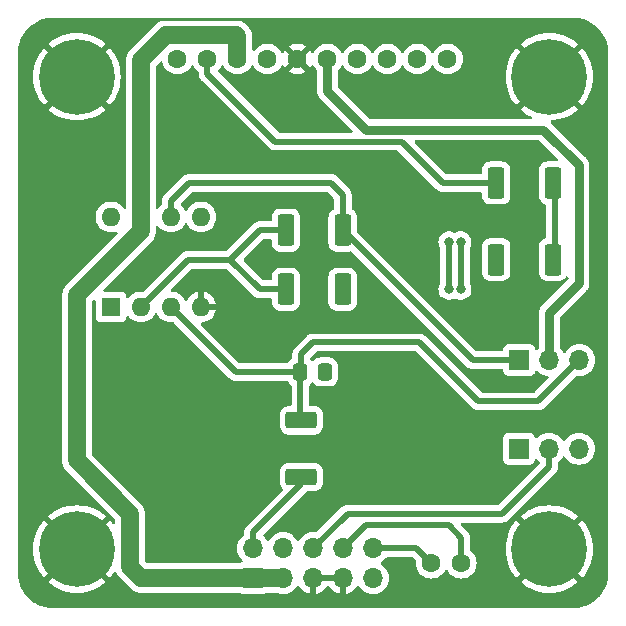
<source format=gbr>
%TF.GenerationSoftware,KiCad,Pcbnew,7.0.7*%
%TF.CreationDate,2024-02-22T12:37:54+00:00*%
%TF.ProjectId,massFlowControllerInterface_rev0,6d617373-466c-46f7-9743-6f6e74726f6c,rev?*%
%TF.SameCoordinates,Original*%
%TF.FileFunction,Copper,L1,Top*%
%TF.FilePolarity,Positive*%
%FSLAX46Y46*%
G04 Gerber Fmt 4.6, Leading zero omitted, Abs format (unit mm)*
G04 Created by KiCad (PCBNEW 7.0.7) date 2024-02-22 12:37:54*
%MOMM*%
%LPD*%
G01*
G04 APERTURE LIST*
G04 Aperture macros list*
%AMRoundRect*
0 Rectangle with rounded corners*
0 $1 Rounding radius*
0 $2 $3 $4 $5 $6 $7 $8 $9 X,Y pos of 4 corners*
0 Add a 4 corners polygon primitive as box body*
4,1,4,$2,$3,$4,$5,$6,$7,$8,$9,$2,$3,0*
0 Add four circle primitives for the rounded corners*
1,1,$1+$1,$2,$3*
1,1,$1+$1,$4,$5*
1,1,$1+$1,$6,$7*
1,1,$1+$1,$8,$9*
0 Add four rect primitives between the rounded corners*
20,1,$1+$1,$2,$3,$4,$5,0*
20,1,$1+$1,$4,$5,$6,$7,0*
20,1,$1+$1,$6,$7,$8,$9,0*
20,1,$1+$1,$8,$9,$2,$3,0*%
G04 Aperture macros list end*
%TA.AperFunction,ComponentPad*%
%ADD10C,1.600000*%
%TD*%
%TA.AperFunction,SMDPad,CuDef*%
%ADD11RoundRect,0.249999X-0.450001X-1.075001X0.450001X-1.075001X0.450001X1.075001X-0.450001X1.075001X0*%
%TD*%
%TA.AperFunction,ComponentPad*%
%ADD12R,1.600000X1.600000*%
%TD*%
%TA.AperFunction,ComponentPad*%
%ADD13O,1.600000X1.600000*%
%TD*%
%TA.AperFunction,ComponentPad*%
%ADD14R,1.700000X1.700000*%
%TD*%
%TA.AperFunction,ComponentPad*%
%ADD15O,1.700000X1.700000*%
%TD*%
%TA.AperFunction,ComponentPad*%
%ADD16C,0.800000*%
%TD*%
%TA.AperFunction,ComponentPad*%
%ADD17C,6.400000*%
%TD*%
%TA.AperFunction,SMDPad,CuDef*%
%ADD18RoundRect,0.249999X0.450001X1.075001X-0.450001X1.075001X-0.450001X-1.075001X0.450001X-1.075001X0*%
%TD*%
%TA.AperFunction,SMDPad,CuDef*%
%ADD19RoundRect,0.250000X-0.337500X-0.475000X0.337500X-0.475000X0.337500X0.475000X-0.337500X0.475000X0*%
%TD*%
%TA.AperFunction,SMDPad,CuDef*%
%ADD20RoundRect,0.249999X1.075001X-0.450001X1.075001X0.450001X-1.075001X0.450001X-1.075001X-0.450001X0*%
%TD*%
%TA.AperFunction,ViaPad*%
%ADD21C,0.800000*%
%TD*%
%TA.AperFunction,Conductor*%
%ADD22C,0.500000*%
%TD*%
%TA.AperFunction,Conductor*%
%ADD23C,1.500000*%
%TD*%
%TA.AperFunction,Conductor*%
%ADD24C,0.750000*%
%TD*%
G04 APERTURE END LIST*
D10*
%TO.P,J2,1,Pin_1*%
%TO.N,unconnected-(J2-Pin_1-Pad1)*%
X13510000Y-3500000D03*
%TO.P,J2,2,Pin_2*%
%TO.N,MFC_actual*%
X16050000Y-3500000D03*
%TO.P,J2,3,Pin_3*%
%TO.N,24VDC_HOT*%
X18590000Y-3500000D03*
%TO.P,J2,4,Pin_4*%
%TO.N,unconnected-(J2-Pin_4-Pad4)*%
X21130000Y-3500000D03*
%TO.P,J2,5,Pin_5*%
%TO.N,24VDC_GND*%
X23670000Y-3500000D03*
%TO.P,J2,6,Pin_6*%
%TO.N,MFC_setpoint*%
X26210000Y-3500000D03*
%TO.P,J2,7,Pin_7*%
%TO.N,arduino_GND*%
X28750000Y-3500000D03*
%TO.P,J2,8,Pin_8*%
%TO.N,MFC_serialTX*%
X31290000Y-3500000D03*
%TO.P,J2,9,Pin_9*%
%TO.N,MFC_serialRX*%
X33830000Y-3500000D03*
%TO.P,J2,10,Pin_10*%
%TO.N,unconnected-(J2-Pin_10-Pad10)*%
X36370000Y-3500000D03*
%TD*%
%TO.P,J4,1,Pin_1*%
%TO.N,MFC_serialTX*%
X35000000Y-46190000D03*
%TO.P,J4,2,Pin_2*%
%TO.N,MFC_serialRX*%
X37540000Y-46190000D03*
%TD*%
D11*
%TO.P,R3,1*%
%TO.N,MFC_actual*%
X40500000Y-14000000D03*
%TO.P,R3,2*%
%TO.N,MFC_actual_divided*%
X45300000Y-14000000D03*
%TD*%
D12*
%TO.P,U1,1,BAL*%
%TO.N,unconnected-(U1-BAL-Pad1)*%
X7880000Y-24500000D03*
D13*
%TO.P,U1,2,-*%
%TO.N,Net-(U1--)*%
X10420000Y-24500000D03*
%TO.P,U1,3,+*%
%TO.N,MFC_setpoint_filtered*%
X12960000Y-24500000D03*
%TO.P,U1,4,V-*%
%TO.N,24VDC_GND*%
X15500000Y-24500000D03*
%TO.P,U1,5,COMP*%
%TO.N,unconnected-(U1-COMP-Pad5)*%
X15500000Y-16880000D03*
%TO.P,U1,6*%
%TO.N,MFC_setpoint_amplified*%
X12960000Y-16880000D03*
%TO.P,U1,7,V+*%
%TO.N,24VDC_HOT*%
X10420000Y-16880000D03*
%TO.P,U1,8,C/B*%
%TO.N,unconnected-(U1-C{slash}B-Pad8)*%
X7880000Y-16880000D03*
%TD*%
D14*
%TO.P,J1,1,Pin_1*%
%TO.N,24VDC_HOT*%
X19920000Y-47460000D03*
D15*
%TO.P,J1,2,Pin_2*%
%TO.N,MFC_setpoint_arduino*%
X19920000Y-44920000D03*
%TO.P,J1,3,Pin_3*%
%TO.N,24VDC_HOT*%
X22460000Y-47460000D03*
%TO.P,J1,4,Pin_4*%
%TO.N,arduino_GND*%
X22460000Y-44920000D03*
%TO.P,J1,5,Pin_5*%
%TO.N,24VDC_GND*%
X25000000Y-47460000D03*
%TO.P,J1,6,Pin_6*%
%TO.N,MFC_actual_arduino*%
X25000000Y-44920000D03*
%TO.P,J1,7,Pin_7*%
%TO.N,24VDC_GND*%
X27540000Y-47460000D03*
%TO.P,J1,8,Pin_8*%
%TO.N,MFC_serialRX*%
X27540000Y-44920000D03*
%TO.P,J1,9,Pin_9*%
%TO.N,unconnected-(J1-Pin_9-Pad9)*%
X30080000Y-47460000D03*
%TO.P,J1,10,Pin_10*%
%TO.N,MFC_serialTX*%
X30080000Y-44920000D03*
%TD*%
D16*
%TO.P,H4,1,1*%
%TO.N,24VDC_GND*%
X2600000Y-45000000D03*
X3302944Y-43302944D03*
X3302944Y-46697056D03*
X5000000Y-42600000D03*
D17*
X5000000Y-45000000D03*
D16*
X5000000Y-47400000D03*
X6697056Y-43302944D03*
X6697056Y-46697056D03*
X7400000Y-45000000D03*
%TD*%
D14*
%TO.P,J3,1,Pin_1*%
%TO.N,MFC_setpoint_amplified*%
X42460000Y-29000000D03*
D15*
%TO.P,J3,2,Pin_2*%
%TO.N,MFC_setpoint*%
X45000000Y-29000000D03*
%TO.P,J3,3,Pin_3*%
%TO.N,MFC_setpoint_filtered*%
X47540000Y-29000000D03*
%TD*%
D11*
%TO.P,R1,1*%
%TO.N,Net-(U1--)*%
X22700000Y-18000000D03*
%TO.P,R1,2*%
%TO.N,MFC_setpoint_amplified*%
X27500000Y-18000000D03*
%TD*%
%TO.P,R2,1*%
%TO.N,Net-(U1--)*%
X22700000Y-23000000D03*
%TO.P,R2,2*%
%TO.N,arduino_GND*%
X27500000Y-23000000D03*
%TD*%
D18*
%TO.P,R4,1*%
%TO.N,MFC_actual_divided*%
X45300000Y-20500000D03*
%TO.P,R4,2*%
%TO.N,arduino_GND*%
X40500000Y-20500000D03*
%TD*%
D19*
%TO.P,C1,1*%
%TO.N,MFC_setpoint_filtered*%
X23925000Y-30000000D03*
%TO.P,C1,2*%
%TO.N,arduino_GND*%
X26000000Y-30000000D03*
%TD*%
D16*
%TO.P,H1,1,1*%
%TO.N,24VDC_GND*%
X2600000Y-5000000D03*
X3302944Y-3302944D03*
X3302944Y-6697056D03*
X5000000Y-2600000D03*
D17*
X5000000Y-5000000D03*
D16*
X5000000Y-7400000D03*
X6697056Y-3302944D03*
X6697056Y-6697056D03*
X7400000Y-5000000D03*
%TD*%
D20*
%TO.P,R5,1*%
%TO.N,MFC_setpoint_arduino*%
X24000000Y-38900000D03*
%TO.P,R5,2*%
%TO.N,MFC_setpoint_filtered*%
X24000000Y-34100000D03*
%TD*%
D16*
%TO.P,H2,1,1*%
%TO.N,24VDC_GND*%
X42600000Y-5000000D03*
X43302944Y-3302944D03*
X43302944Y-6697056D03*
X45000000Y-2600000D03*
D17*
X45000000Y-5000000D03*
D16*
X45000000Y-7400000D03*
X46697056Y-3302944D03*
X46697056Y-6697056D03*
X47400000Y-5000000D03*
%TD*%
D14*
%TO.P,J5,1,Pin_1*%
%TO.N,MFC_actual*%
X42420000Y-36500000D03*
D15*
%TO.P,J5,2,Pin_2*%
%TO.N,MFC_actual_arduino*%
X44960000Y-36500000D03*
%TO.P,J5,3,Pin_3*%
%TO.N,MFC_actual_divided*%
X47500000Y-36500000D03*
%TD*%
D16*
%TO.P,H3,1,1*%
%TO.N,24VDC_GND*%
X42600000Y-45000000D03*
X43302944Y-43302944D03*
X43302944Y-46697056D03*
X45000000Y-42600000D03*
D17*
X45000000Y-45000000D03*
D16*
X45000000Y-47400000D03*
X46697056Y-43302944D03*
X46697056Y-46697056D03*
X47400000Y-45000000D03*
%TD*%
D21*
%TO.N,24VDC_GND*%
X15000000Y-10500000D03*
X30500000Y-7000000D03*
X6000000Y-11500000D03*
X13500000Y-12500000D03*
X5000000Y-12500000D03*
X7000000Y-12500000D03*
X15000000Y-12500000D03*
X13500000Y-10500000D03*
X7000000Y-10500000D03*
X38500000Y-7000000D03*
X5000000Y-10500000D03*
X12500000Y-11500000D03*
X4000000Y-11500000D03*
X16000000Y-11500000D03*
X14500000Y-11500000D03*
X8000000Y-11500000D03*
%TO.N,MFC_serialTX*%
X36500000Y-23000000D03*
X36500000Y-19000000D03*
%TO.N,MFC_serialRX*%
X37500000Y-23000000D03*
X37500000Y-19000000D03*
%TO.N,arduino_GND*%
X27500000Y-23000000D03*
X26000000Y-30000000D03*
X40500000Y-20500000D03*
%TO.N,MFC_actual*%
X40500000Y-14000000D03*
%TO.N,MFC_actual_divided*%
X45500000Y-20500000D03*
%TD*%
D22*
%TO.N,24VDC_GND*%
X30500000Y-7000000D02*
X38500000Y-7000000D01*
D23*
%TO.N,24VDC_HOT*%
X10420000Y-18080000D02*
X5000000Y-23500000D01*
X10420000Y-16880000D02*
X10420000Y-18080000D01*
X10460000Y-47460000D02*
X22460000Y-47460000D01*
X5000000Y-37500000D02*
X9500000Y-42000000D01*
X10420000Y-3580000D02*
X12500000Y-1500000D01*
X12500000Y-1500000D02*
X18500000Y-1500000D01*
X5000000Y-23500000D02*
X5000000Y-37500000D01*
X18590000Y-1590000D02*
X18590000Y-3500000D01*
X18500000Y-1500000D02*
X18590000Y-1590000D01*
X9500000Y-46500000D02*
X10460000Y-47460000D01*
X10420000Y-16880000D02*
X10420000Y-3580000D01*
X9500000Y-42000000D02*
X9500000Y-46500000D01*
D22*
%TO.N,MFC_serialTX*%
X36500000Y-19000000D02*
X36500000Y-23000000D01*
X30080000Y-44920000D02*
X33730000Y-44920000D01*
X33730000Y-44920000D02*
X35000000Y-46190000D01*
%TO.N,MFC_serialRX*%
X37540000Y-44040000D02*
X37540000Y-46190000D01*
X27540000Y-44920000D02*
X29460000Y-43000000D01*
X36500000Y-43000000D02*
X37540000Y-44040000D01*
X29460000Y-43000000D02*
X36500000Y-43000000D01*
X37500000Y-19000000D02*
X37500000Y-23000000D01*
%TO.N,MFC_setpoint_arduino*%
X19920000Y-43580000D02*
X24000000Y-39500000D01*
X24000000Y-39500000D02*
X24000000Y-38900000D01*
X19920000Y-44920000D02*
X19920000Y-43580000D01*
%TO.N,MFC_actual_arduino*%
X27920000Y-42000000D02*
X30000000Y-42000000D01*
X30000000Y-42000000D02*
X41000000Y-42000000D01*
X25000000Y-44920000D02*
X27920000Y-42000000D01*
X44960000Y-38040000D02*
X44960000Y-36500000D01*
X41000000Y-42000000D02*
X44960000Y-38040000D01*
%TO.N,MFC_actual*%
X21800000Y-10500000D02*
X32500000Y-10500000D01*
X32500000Y-10500000D02*
X36000000Y-14000000D01*
X16050000Y-3500000D02*
X16050000Y-4750000D01*
X36000000Y-14000000D02*
X40500000Y-14000000D01*
X16050000Y-4750000D02*
X21800000Y-10500000D01*
D24*
%TO.N,MFC_setpoint*%
X45000000Y-29000000D02*
X45000000Y-25000000D01*
X47500000Y-22500000D02*
X47500000Y-12500000D01*
X26210000Y-6210000D02*
X26210000Y-3500000D01*
X45000000Y-25000000D02*
X47500000Y-22500000D01*
X47500000Y-12500000D02*
X44500000Y-9500000D01*
X44500000Y-9500000D02*
X29500000Y-9500000D01*
X29500000Y-9500000D02*
X26210000Y-6210000D01*
D22*
%TO.N,MFC_setpoint_amplified*%
X27500000Y-15000000D02*
X27500000Y-18000000D01*
X12960000Y-16880000D02*
X12960000Y-15540000D01*
X12960000Y-15540000D02*
X14500000Y-14000000D01*
X38500000Y-29000000D02*
X42460000Y-29000000D01*
X14500000Y-14000000D02*
X26500000Y-14000000D01*
X26500000Y-14000000D02*
X27500000Y-15000000D01*
X27500000Y-18000000D02*
X38500000Y-29000000D01*
%TO.N,MFC_actual_divided*%
X45500000Y-14000000D02*
X45300000Y-14000000D01*
X45500000Y-20500000D02*
X45500000Y-14000000D01*
X45300000Y-20500000D02*
X45500000Y-20500000D01*
%TO.N,Net-(U1--)*%
X18000000Y-20500000D02*
X14420000Y-20500000D01*
X20500000Y-23000000D02*
X18000000Y-20500000D01*
X20500000Y-18000000D02*
X18000000Y-20500000D01*
X22700000Y-23000000D02*
X20500000Y-23000000D01*
X14420000Y-20500000D02*
X10420000Y-24500000D01*
X22700000Y-18000000D02*
X20500000Y-18000000D01*
%TO.N,MFC_setpoint_filtered*%
X18460000Y-30000000D02*
X12960000Y-24500000D01*
X23925000Y-30000000D02*
X24000000Y-29925000D01*
X34000000Y-27500000D02*
X39000000Y-32500000D01*
X25000000Y-27500000D02*
X34000000Y-27500000D01*
X24000000Y-28500000D02*
X25000000Y-27500000D01*
X23925000Y-30000000D02*
X23925000Y-34025000D01*
X23925000Y-30000000D02*
X18460000Y-30000000D01*
X23925000Y-34025000D02*
X24000000Y-34100000D01*
X44040000Y-32500000D02*
X47540000Y-29000000D01*
X39000000Y-32500000D02*
X44040000Y-32500000D01*
X24000000Y-29925000D02*
X24000000Y-28500000D01*
%TD*%
%TA.AperFunction,Conductor*%
%TO.N,24VDC_GND*%
G36*
X26993692Y-47229685D02*
G01*
X27039447Y-47282489D01*
X27049391Y-47351647D01*
X27045631Y-47368933D01*
X27040000Y-47388111D01*
X27040000Y-47531888D01*
X27045631Y-47551067D01*
X27045630Y-47620936D01*
X27007855Y-47679714D01*
X26944299Y-47708738D01*
X26926653Y-47710000D01*
X25613347Y-47710000D01*
X25546308Y-47690315D01*
X25500553Y-47637511D01*
X25490609Y-47568353D01*
X25494369Y-47551067D01*
X25500000Y-47531888D01*
X25500000Y-47388111D01*
X25494369Y-47368933D01*
X25494370Y-47299064D01*
X25532145Y-47240286D01*
X25595701Y-47211262D01*
X25613347Y-47210000D01*
X26926653Y-47210000D01*
X26993692Y-47229685D01*
G37*
%TD.AperFunction*%
%TA.AperFunction,Conductor*%
G36*
X26204809Y-14770185D02*
G01*
X26225451Y-14786819D01*
X26713181Y-15274548D01*
X26746666Y-15335871D01*
X26749500Y-15362229D01*
X26749500Y-16159361D01*
X26729815Y-16226400D01*
X26690597Y-16264899D01*
X26581347Y-16332285D01*
X26581343Y-16332288D01*
X26457289Y-16456342D01*
X26365187Y-16605662D01*
X26365185Y-16605667D01*
X26349397Y-16653313D01*
X26310001Y-16772202D01*
X26310001Y-16772203D01*
X26310000Y-16772203D01*
X26299500Y-16874982D01*
X26299500Y-19125017D01*
X26310000Y-19227796D01*
X26358773Y-19374982D01*
X26365186Y-19394335D01*
X26457288Y-19543656D01*
X26581344Y-19667712D01*
X26730665Y-19759814D01*
X26897202Y-19814999D01*
X26999990Y-19825500D01*
X26999995Y-19825500D01*
X28000005Y-19825500D01*
X28000010Y-19825500D01*
X28102798Y-19814999D01*
X28143485Y-19801516D01*
X28213314Y-19799113D01*
X28270172Y-19831540D01*
X37924267Y-29485634D01*
X37936048Y-29499266D01*
X37950390Y-29518530D01*
X37990420Y-29552119D01*
X37994392Y-29555759D01*
X38000223Y-29561590D01*
X38000222Y-29561590D01*
X38025944Y-29581927D01*
X38084786Y-29631302D01*
X38084794Y-29631306D01*
X38090824Y-29635273D01*
X38090790Y-29635323D01*
X38097137Y-29639366D01*
X38097169Y-29639316D01*
X38103318Y-29643108D01*
X38103320Y-29643109D01*
X38103323Y-29643111D01*
X38172930Y-29675569D01*
X38241567Y-29710040D01*
X38241576Y-29710042D01*
X38248355Y-29712510D01*
X38248334Y-29712567D01*
X38255451Y-29715040D01*
X38255470Y-29714984D01*
X38262330Y-29717257D01*
X38337532Y-29732784D01*
X38412279Y-29750500D01*
X38412288Y-29750500D01*
X38419452Y-29751338D01*
X38419445Y-29751397D01*
X38426946Y-29752163D01*
X38426952Y-29752104D01*
X38434140Y-29752733D01*
X38434143Y-29752732D01*
X38434144Y-29752733D01*
X38510898Y-29750500D01*
X40985501Y-29750500D01*
X41052540Y-29770185D01*
X41098295Y-29822989D01*
X41109501Y-29874500D01*
X41109501Y-29897876D01*
X41115908Y-29957483D01*
X41166202Y-30092328D01*
X41166206Y-30092335D01*
X41252452Y-30207544D01*
X41252455Y-30207547D01*
X41367664Y-30293793D01*
X41367671Y-30293797D01*
X41502517Y-30344091D01*
X41502516Y-30344091D01*
X41509444Y-30344835D01*
X41562127Y-30350500D01*
X43357872Y-30350499D01*
X43417483Y-30344091D01*
X43552331Y-30293796D01*
X43667546Y-30207546D01*
X43753796Y-30092331D01*
X43802810Y-29960916D01*
X43844681Y-29904984D01*
X43910145Y-29880566D01*
X43978418Y-29895417D01*
X44006673Y-29916569D01*
X44128599Y-30038495D01*
X44225384Y-30106265D01*
X44322165Y-30174032D01*
X44322167Y-30174033D01*
X44322170Y-30174035D01*
X44536337Y-30273903D01*
X44764592Y-30335063D01*
X44848174Y-30342375D01*
X44913242Y-30367827D01*
X44954221Y-30424418D01*
X44958099Y-30494180D01*
X44925047Y-30553584D01*
X43765451Y-31713181D01*
X43704128Y-31746666D01*
X43677770Y-31749500D01*
X39362229Y-31749500D01*
X39295190Y-31729815D01*
X39274548Y-31713181D01*
X36933570Y-29372203D01*
X34575729Y-27014361D01*
X34563949Y-27000730D01*
X34556482Y-26990701D01*
X34549612Y-26981472D01*
X34544323Y-26977034D01*
X34509587Y-26947886D01*
X34505612Y-26944244D01*
X34502690Y-26941322D01*
X34499780Y-26938411D01*
X34474040Y-26918059D01*
X34415209Y-26868694D01*
X34409180Y-26864729D01*
X34409212Y-26864680D01*
X34402853Y-26860628D01*
X34402822Y-26860679D01*
X34396680Y-26856891D01*
X34396678Y-26856890D01*
X34396677Y-26856889D01*
X34357474Y-26838608D01*
X34327058Y-26824424D01*
X34292894Y-26807267D01*
X34258433Y-26789960D01*
X34258431Y-26789959D01*
X34258430Y-26789959D01*
X34251645Y-26787489D01*
X34251665Y-26787433D01*
X34244549Y-26784959D01*
X34244531Y-26785015D01*
X34237671Y-26782742D01*
X34209841Y-26776996D01*
X34162434Y-26767207D01*
X34113472Y-26755603D01*
X34087719Y-26749499D01*
X34080547Y-26748661D01*
X34080553Y-26748601D01*
X34073055Y-26747835D01*
X34073050Y-26747895D01*
X34065860Y-26747265D01*
X33989083Y-26749500D01*
X25063705Y-26749500D01*
X25045735Y-26748191D01*
X25021972Y-26744710D01*
X24977512Y-26748601D01*
X24969931Y-26749264D01*
X24964530Y-26749500D01*
X24956289Y-26749500D01*
X24934579Y-26752037D01*
X24923724Y-26753306D01*
X24908419Y-26754644D01*
X24847199Y-26760001D01*
X24840132Y-26761460D01*
X24840120Y-26761404D01*
X24832763Y-26763035D01*
X24832777Y-26763092D01*
X24825743Y-26764759D01*
X24753575Y-26791025D01*
X24680675Y-26815181D01*
X24674126Y-26818236D01*
X24674101Y-26818183D01*
X24667308Y-26821471D01*
X24667334Y-26821523D01*
X24660880Y-26824764D01*
X24596708Y-26866971D01*
X24531347Y-26907285D01*
X24525683Y-26911765D01*
X24525647Y-26911719D01*
X24519798Y-26916484D01*
X24519835Y-26916528D01*
X24514310Y-26921164D01*
X24461598Y-26977034D01*
X23514358Y-27924272D01*
X23500729Y-27936051D01*
X23481468Y-27950390D01*
X23447898Y-27990397D01*
X23444253Y-27994376D01*
X23438409Y-28000222D01*
X23418059Y-28025959D01*
X23368695Y-28084789D01*
X23364729Y-28090819D01*
X23364682Y-28090788D01*
X23360630Y-28097147D01*
X23360679Y-28097177D01*
X23356889Y-28103321D01*
X23324424Y-28172941D01*
X23289960Y-28241566D01*
X23287488Y-28248357D01*
X23287432Y-28248336D01*
X23284960Y-28255450D01*
X23285015Y-28255469D01*
X23282742Y-28262327D01*
X23274975Y-28299946D01*
X23267207Y-28337565D01*
X23254001Y-28393284D01*
X23249498Y-28412286D01*
X23248661Y-28419454D01*
X23248601Y-28419447D01*
X23247835Y-28426945D01*
X23247895Y-28426951D01*
X23247265Y-28434140D01*
X23249500Y-28510916D01*
X23249500Y-28782491D01*
X23229815Y-28849530D01*
X23190598Y-28888029D01*
X23118844Y-28932287D01*
X22994789Y-29056342D01*
X22911981Y-29190597D01*
X22860033Y-29237321D01*
X22806442Y-29249500D01*
X18822229Y-29249500D01*
X18755190Y-29229815D01*
X18734548Y-29213181D01*
X15528338Y-26006970D01*
X15494853Y-25945647D01*
X15499837Y-25875955D01*
X15541709Y-25820022D01*
X15605212Y-25795761D01*
X15726599Y-25785141D01*
X15726610Y-25785139D01*
X15946317Y-25726269D01*
X15946326Y-25726265D01*
X16152482Y-25630134D01*
X16338820Y-25499657D01*
X16499657Y-25338820D01*
X16630134Y-25152482D01*
X16726265Y-24946326D01*
X16726269Y-24946317D01*
X16778872Y-24750000D01*
X16010576Y-24750000D01*
X15943537Y-24730315D01*
X15897782Y-24677511D01*
X15887838Y-24608353D01*
X15888103Y-24606603D01*
X15904986Y-24500003D01*
X15904986Y-24499996D01*
X15888103Y-24393397D01*
X15897058Y-24324104D01*
X15942054Y-24270652D01*
X16008806Y-24250013D01*
X16010576Y-24250000D01*
X16778872Y-24250000D01*
X16778872Y-24249999D01*
X16726269Y-24053682D01*
X16726265Y-24053673D01*
X16630134Y-23847517D01*
X16499657Y-23661179D01*
X16338820Y-23500342D01*
X16152482Y-23369865D01*
X15946328Y-23273734D01*
X15750000Y-23221127D01*
X15750000Y-23989424D01*
X15730315Y-24056463D01*
X15677511Y-24102218D01*
X15608353Y-24112162D01*
X15606602Y-24111897D01*
X15531486Y-24100000D01*
X15531481Y-24100000D01*
X15468519Y-24100000D01*
X15468512Y-24100000D01*
X15393396Y-24111897D01*
X15324103Y-24102942D01*
X15270651Y-24057946D01*
X15250012Y-23991194D01*
X15249999Y-23989424D01*
X15249999Y-23221127D01*
X15053671Y-23273734D01*
X14847517Y-23369865D01*
X14661179Y-23500342D01*
X14500342Y-23661179D01*
X14369867Y-23847515D01*
X14342657Y-23905867D01*
X14296484Y-23958306D01*
X14229290Y-23977457D01*
X14162409Y-23957241D01*
X14117893Y-23905865D01*
X14115391Y-23900500D01*
X14090568Y-23847266D01*
X13960047Y-23660861D01*
X13960045Y-23660858D01*
X13799141Y-23499954D01*
X13612734Y-23369432D01*
X13612732Y-23369431D01*
X13406497Y-23273261D01*
X13406488Y-23273258D01*
X13186697Y-23214366D01*
X13186687Y-23214364D01*
X13065671Y-23203777D01*
X13000603Y-23178324D01*
X12959624Y-23121734D01*
X12955746Y-23051972D01*
X12988796Y-22992570D01*
X14694547Y-21286819D01*
X14755871Y-21253334D01*
X14782229Y-21250500D01*
X17637770Y-21250500D01*
X17704809Y-21270185D01*
X17725451Y-21286819D01*
X19924270Y-23485638D01*
X19936051Y-23499270D01*
X19950388Y-23518528D01*
X19990409Y-23552111D01*
X19994397Y-23555766D01*
X20000216Y-23561585D01*
X20000220Y-23561588D01*
X20000223Y-23561591D01*
X20025959Y-23581940D01*
X20084786Y-23631302D01*
X20084787Y-23631302D01*
X20084789Y-23631304D01*
X20090818Y-23635270D01*
X20090785Y-23635319D01*
X20097147Y-23639372D01*
X20097179Y-23639321D01*
X20103319Y-23643108D01*
X20103323Y-23643111D01*
X20122660Y-23652128D01*
X20172941Y-23675575D01*
X20192632Y-23685464D01*
X20241567Y-23710040D01*
X20241569Y-23710040D01*
X20248357Y-23712511D01*
X20248336Y-23712567D01*
X20255457Y-23715043D01*
X20255476Y-23714986D01*
X20262322Y-23717254D01*
X20262327Y-23717257D01*
X20262332Y-23717258D01*
X20262335Y-23717259D01*
X20319626Y-23729088D01*
X20337565Y-23732792D01*
X20412279Y-23750500D01*
X20412282Y-23750500D01*
X20412286Y-23750501D01*
X20419453Y-23751339D01*
X20419446Y-23751398D01*
X20426944Y-23752164D01*
X20426950Y-23752105D01*
X20434139Y-23752734D01*
X20434143Y-23752733D01*
X20434144Y-23752734D01*
X20510917Y-23750500D01*
X21375500Y-23750500D01*
X21442539Y-23770185D01*
X21488294Y-23822989D01*
X21499500Y-23874500D01*
X21499500Y-24125017D01*
X21510000Y-24227796D01*
X21565185Y-24394332D01*
X21565187Y-24394337D01*
X21600069Y-24450890D01*
X21657288Y-24543656D01*
X21781344Y-24667712D01*
X21930665Y-24759814D01*
X22097202Y-24814999D01*
X22199990Y-24825500D01*
X22199995Y-24825500D01*
X23200005Y-24825500D01*
X23200010Y-24825500D01*
X23302798Y-24814999D01*
X23469335Y-24759814D01*
X23618656Y-24667712D01*
X23742712Y-24543656D01*
X23834814Y-24394335D01*
X23889999Y-24227798D01*
X23900499Y-24125017D01*
X26299500Y-24125017D01*
X26310000Y-24227796D01*
X26365185Y-24394332D01*
X26365187Y-24394337D01*
X26400069Y-24450890D01*
X26457288Y-24543656D01*
X26581344Y-24667712D01*
X26730665Y-24759814D01*
X26897202Y-24814999D01*
X26999990Y-24825500D01*
X26999995Y-24825500D01*
X28000005Y-24825500D01*
X28000010Y-24825500D01*
X28102798Y-24814999D01*
X28269335Y-24759814D01*
X28418656Y-24667712D01*
X28542712Y-24543656D01*
X28634814Y-24394335D01*
X28689999Y-24227798D01*
X28700500Y-24125010D01*
X28700500Y-21874990D01*
X28689999Y-21772202D01*
X28634814Y-21605665D01*
X28542712Y-21456344D01*
X28418656Y-21332288D01*
X28317971Y-21270185D01*
X28269337Y-21240187D01*
X28269332Y-21240185D01*
X28267863Y-21239698D01*
X28102798Y-21185001D01*
X28102796Y-21185000D01*
X28000017Y-21174500D01*
X28000010Y-21174500D01*
X26999990Y-21174500D01*
X26999982Y-21174500D01*
X26897203Y-21185000D01*
X26897202Y-21185001D01*
X26814669Y-21212349D01*
X26730667Y-21240185D01*
X26730662Y-21240187D01*
X26581342Y-21332289D01*
X26457289Y-21456342D01*
X26365187Y-21605662D01*
X26365185Y-21605667D01*
X26358773Y-21625017D01*
X26310001Y-21772202D01*
X26310001Y-21772203D01*
X26310000Y-21772203D01*
X26299500Y-21874982D01*
X26299500Y-24125017D01*
X23900499Y-24125017D01*
X23900500Y-24125010D01*
X23900500Y-21874990D01*
X23889999Y-21772202D01*
X23834814Y-21605665D01*
X23742712Y-21456344D01*
X23618656Y-21332288D01*
X23517971Y-21270185D01*
X23469337Y-21240187D01*
X23469332Y-21240185D01*
X23467863Y-21239698D01*
X23302798Y-21185001D01*
X23302796Y-21185000D01*
X23200017Y-21174500D01*
X23200010Y-21174500D01*
X22199990Y-21174500D01*
X22199982Y-21174500D01*
X22097203Y-21185000D01*
X22097202Y-21185001D01*
X22014669Y-21212349D01*
X21930667Y-21240185D01*
X21930662Y-21240187D01*
X21781342Y-21332289D01*
X21657289Y-21456342D01*
X21565187Y-21605662D01*
X21565185Y-21605667D01*
X21558773Y-21625017D01*
X21510001Y-21772202D01*
X21510001Y-21772203D01*
X21510000Y-21772203D01*
X21499500Y-21874982D01*
X21499500Y-22125500D01*
X21479815Y-22192539D01*
X21427011Y-22238294D01*
X21375500Y-22249500D01*
X20862229Y-22249500D01*
X20795190Y-22229815D01*
X20774548Y-22213181D01*
X19149048Y-20587681D01*
X19115563Y-20526358D01*
X19120547Y-20456666D01*
X19149048Y-20412319D01*
X20774549Y-18786819D01*
X20835872Y-18753334D01*
X20862230Y-18750500D01*
X21375500Y-18750500D01*
X21442539Y-18770185D01*
X21488294Y-18822989D01*
X21499500Y-18874500D01*
X21499500Y-19125017D01*
X21510000Y-19227796D01*
X21558773Y-19374982D01*
X21565186Y-19394335D01*
X21657288Y-19543656D01*
X21781344Y-19667712D01*
X21930665Y-19759814D01*
X22097202Y-19814999D01*
X22199990Y-19825500D01*
X22199995Y-19825500D01*
X23200005Y-19825500D01*
X23200010Y-19825500D01*
X23302798Y-19814999D01*
X23469335Y-19759814D01*
X23618656Y-19667712D01*
X23742712Y-19543656D01*
X23834814Y-19394335D01*
X23889999Y-19227798D01*
X23900500Y-19125010D01*
X23900500Y-16874990D01*
X23889999Y-16772202D01*
X23834814Y-16605665D01*
X23742712Y-16456344D01*
X23618656Y-16332288D01*
X23469335Y-16240186D01*
X23302798Y-16185001D01*
X23302796Y-16185000D01*
X23200017Y-16174500D01*
X23200010Y-16174500D01*
X22199990Y-16174500D01*
X22199982Y-16174500D01*
X22097203Y-16185000D01*
X22097202Y-16185001D01*
X22014669Y-16212349D01*
X21930667Y-16240185D01*
X21930662Y-16240187D01*
X21781342Y-16332289D01*
X21657289Y-16456342D01*
X21565187Y-16605662D01*
X21565185Y-16605667D01*
X21549397Y-16653313D01*
X21510001Y-16772202D01*
X21510001Y-16772203D01*
X21510000Y-16772203D01*
X21499500Y-16874982D01*
X21499500Y-17125500D01*
X21479815Y-17192539D01*
X21427011Y-17238294D01*
X21375500Y-17249500D01*
X20563705Y-17249500D01*
X20545735Y-17248191D01*
X20521972Y-17244710D01*
X20476533Y-17248686D01*
X20469931Y-17249264D01*
X20464530Y-17249500D01*
X20456289Y-17249500D01*
X20434579Y-17252037D01*
X20423724Y-17253306D01*
X20408419Y-17254644D01*
X20347199Y-17260001D01*
X20340132Y-17261460D01*
X20340120Y-17261404D01*
X20332763Y-17263035D01*
X20332777Y-17263092D01*
X20325743Y-17264759D01*
X20253575Y-17291025D01*
X20180675Y-17315181D01*
X20174126Y-17318236D01*
X20174101Y-17318183D01*
X20167308Y-17321471D01*
X20167334Y-17321523D01*
X20160880Y-17324764D01*
X20096708Y-17366971D01*
X20031347Y-17407285D01*
X20025683Y-17411765D01*
X20025647Y-17411719D01*
X20019798Y-17416484D01*
X20019835Y-17416528D01*
X20014310Y-17421164D01*
X19961597Y-17477035D01*
X17725451Y-19713181D01*
X17664128Y-19746666D01*
X17637770Y-19749500D01*
X14483705Y-19749500D01*
X14465735Y-19748191D01*
X14441972Y-19744710D01*
X14396890Y-19748655D01*
X14389933Y-19749264D01*
X14384532Y-19749500D01*
X14376287Y-19749500D01*
X14350222Y-19752546D01*
X14343705Y-19753308D01*
X14338403Y-19753771D01*
X14267201Y-19760001D01*
X14260134Y-19761461D01*
X14260122Y-19761404D01*
X14252753Y-19763038D01*
X14252767Y-19763095D01*
X14245739Y-19764760D01*
X14173568Y-19791027D01*
X14173568Y-19791028D01*
X14100665Y-19815186D01*
X14100663Y-19815186D01*
X14100660Y-19815188D01*
X14094123Y-19818236D01*
X14094098Y-19818184D01*
X14087310Y-19821470D01*
X14087336Y-19821521D01*
X14080885Y-19824761D01*
X14016723Y-19866961D01*
X13951346Y-19907285D01*
X13945682Y-19911765D01*
X13945646Y-19911719D01*
X13939798Y-19916484D01*
X13939835Y-19916528D01*
X13934310Y-19921164D01*
X13881614Y-19977017D01*
X10685348Y-23173282D01*
X10624025Y-23206767D01*
X10586861Y-23209129D01*
X10420003Y-23194532D01*
X10419998Y-23194532D01*
X10193313Y-23214364D01*
X10193302Y-23214366D01*
X9973511Y-23273258D01*
X9973502Y-23273261D01*
X9767267Y-23369431D01*
X9767265Y-23369432D01*
X9580858Y-23499954D01*
X9419954Y-23660858D01*
X9402725Y-23685464D01*
X9348147Y-23729088D01*
X9278648Y-23736280D01*
X9216294Y-23704757D01*
X9180882Y-23644526D01*
X9177861Y-23627591D01*
X9174091Y-23592516D01*
X9123797Y-23457671D01*
X9123793Y-23457664D01*
X9037547Y-23342455D01*
X9037544Y-23342452D01*
X8922335Y-23256206D01*
X8922328Y-23256202D01*
X8787482Y-23205908D01*
X8787483Y-23205908D01*
X8727883Y-23199501D01*
X8727881Y-23199500D01*
X8727873Y-23199500D01*
X8727865Y-23199500D01*
X7368335Y-23199500D01*
X7301296Y-23179815D01*
X7255541Y-23127011D01*
X7245597Y-23057853D01*
X7274622Y-22994297D01*
X7280654Y-22987819D01*
X9093973Y-21174500D01*
X11252127Y-19016345D01*
X11257287Y-19011733D01*
X11287666Y-18987508D01*
X11332645Y-18936023D01*
X11335462Y-18933010D01*
X11343945Y-18924529D01*
X11370951Y-18892180D01*
X11435765Y-18817996D01*
X11438004Y-18814248D01*
X11449266Y-18798374D01*
X11452069Y-18795018D01*
X11500691Y-18709326D01*
X11551215Y-18624764D01*
X11552744Y-18620687D01*
X11561006Y-18603028D01*
X11563154Y-18599244D01*
X11595695Y-18506244D01*
X11630307Y-18414024D01*
X11631085Y-18409735D01*
X11636057Y-18390896D01*
X11637498Y-18386782D01*
X11652912Y-18289460D01*
X11657309Y-18265231D01*
X11670500Y-18192550D01*
X11670500Y-18188175D01*
X11672027Y-18168777D01*
X11672711Y-18164459D01*
X11670499Y-18065952D01*
X11670499Y-17699031D01*
X11690184Y-17631994D01*
X11742988Y-17586239D01*
X11812146Y-17576295D01*
X11875702Y-17605320D01*
X11896074Y-17627910D01*
X11959954Y-17719141D01*
X12120858Y-17880045D01*
X12120861Y-17880047D01*
X12307266Y-18010568D01*
X12513504Y-18106739D01*
X12733308Y-18165635D01*
X12895230Y-18179801D01*
X12959998Y-18185468D01*
X12960000Y-18185468D01*
X12960002Y-18185468D01*
X13016673Y-18180509D01*
X13186692Y-18165635D01*
X13406496Y-18106739D01*
X13612734Y-18010568D01*
X13799139Y-17880047D01*
X13960047Y-17719139D01*
X14090568Y-17532734D01*
X14117618Y-17474724D01*
X14163790Y-17422285D01*
X14230983Y-17403133D01*
X14297865Y-17423348D01*
X14342382Y-17474725D01*
X14369429Y-17532728D01*
X14369432Y-17532734D01*
X14499954Y-17719141D01*
X14660858Y-17880045D01*
X14660861Y-17880047D01*
X14847266Y-18010568D01*
X15053504Y-18106739D01*
X15273308Y-18165635D01*
X15435230Y-18179801D01*
X15499998Y-18185468D01*
X15500000Y-18185468D01*
X15500002Y-18185468D01*
X15556672Y-18180509D01*
X15726692Y-18165635D01*
X15946496Y-18106739D01*
X16152734Y-18010568D01*
X16339139Y-17880047D01*
X16500047Y-17719139D01*
X16630568Y-17532734D01*
X16726739Y-17326496D01*
X16785635Y-17106692D01*
X16805468Y-16880000D01*
X16785635Y-16653308D01*
X16726739Y-16433504D01*
X16630568Y-16227266D01*
X16500047Y-16040861D01*
X16500045Y-16040858D01*
X16339141Y-15879954D01*
X16152734Y-15749432D01*
X16152732Y-15749431D01*
X15946497Y-15653261D01*
X15946488Y-15653258D01*
X15726697Y-15594366D01*
X15726693Y-15594365D01*
X15726692Y-15594365D01*
X15726691Y-15594364D01*
X15726686Y-15594364D01*
X15500002Y-15574532D01*
X15499998Y-15574532D01*
X15273313Y-15594364D01*
X15273302Y-15594366D01*
X15053511Y-15653258D01*
X15053502Y-15653261D01*
X14847267Y-15749431D01*
X14847265Y-15749432D01*
X14660858Y-15879954D01*
X14499954Y-16040858D01*
X14369432Y-16227265D01*
X14369431Y-16227267D01*
X14342382Y-16285275D01*
X14296209Y-16337714D01*
X14229016Y-16356866D01*
X14162135Y-16336650D01*
X14117618Y-16285275D01*
X14090568Y-16227266D01*
X13960047Y-16040861D01*
X13960045Y-16040858D01*
X13827958Y-15908771D01*
X13794473Y-15847448D01*
X13799457Y-15777756D01*
X13827958Y-15733409D01*
X14273011Y-15288357D01*
X14774548Y-14786819D01*
X14835872Y-14753334D01*
X14862230Y-14750500D01*
X26137770Y-14750500D01*
X26204809Y-14770185D01*
G37*
%TD.AperFunction*%
%TA.AperFunction,Conductor*%
G36*
X12164927Y-3706060D02*
G01*
X12220860Y-3747932D01*
X12241368Y-3790149D01*
X12283258Y-3946488D01*
X12283261Y-3946497D01*
X12379431Y-4152732D01*
X12379432Y-4152734D01*
X12509954Y-4339141D01*
X12670858Y-4500045D01*
X12670861Y-4500047D01*
X12857266Y-4630568D01*
X13063504Y-4726739D01*
X13283308Y-4785635D01*
X13445230Y-4799801D01*
X13509998Y-4805468D01*
X13510000Y-4805468D01*
X13510002Y-4805468D01*
X13566672Y-4800509D01*
X13736692Y-4785635D01*
X13956496Y-4726739D01*
X14162734Y-4630568D01*
X14349139Y-4500047D01*
X14510047Y-4339139D01*
X14640568Y-4152734D01*
X14667618Y-4094724D01*
X14713790Y-4042285D01*
X14780983Y-4023133D01*
X14847865Y-4043348D01*
X14892382Y-4094725D01*
X14919429Y-4152728D01*
X14919432Y-4152734D01*
X15049954Y-4339141D01*
X15210859Y-4500046D01*
X15246621Y-4525086D01*
X15290247Y-4579662D01*
X15299500Y-4626662D01*
X15299500Y-4686294D01*
X15298191Y-4704263D01*
X15294710Y-4728025D01*
X15299264Y-4780064D01*
X15299500Y-4785470D01*
X15299500Y-4793709D01*
X15303306Y-4826274D01*
X15310000Y-4902791D01*
X15311461Y-4909867D01*
X15311403Y-4909878D01*
X15313034Y-4917237D01*
X15313092Y-4917224D01*
X15314757Y-4924250D01*
X15341025Y-4996424D01*
X15365185Y-5069331D01*
X15368236Y-5075874D01*
X15368182Y-5075898D01*
X15371470Y-5082688D01*
X15371521Y-5082663D01*
X15374761Y-5089113D01*
X15374762Y-5089114D01*
X15374763Y-5089117D01*
X15416965Y-5153282D01*
X15416965Y-5153283D01*
X15457287Y-5218655D01*
X15461766Y-5224319D01*
X15461719Y-5224356D01*
X15466482Y-5230202D01*
X15466528Y-5230164D01*
X15471173Y-5235700D01*
X15527017Y-5288385D01*
X21224270Y-10985638D01*
X21236051Y-10999270D01*
X21250388Y-11018528D01*
X21290409Y-11052111D01*
X21294397Y-11055766D01*
X21300216Y-11061585D01*
X21300220Y-11061588D01*
X21300223Y-11061591D01*
X21325959Y-11081940D01*
X21384786Y-11131302D01*
X21384787Y-11131302D01*
X21384789Y-11131304D01*
X21390818Y-11135270D01*
X21390785Y-11135319D01*
X21397147Y-11139372D01*
X21397179Y-11139321D01*
X21403319Y-11143108D01*
X21403323Y-11143111D01*
X21438132Y-11159343D01*
X21472941Y-11175575D01*
X21541565Y-11210039D01*
X21541567Y-11210040D01*
X21541569Y-11210040D01*
X21548357Y-11212511D01*
X21548336Y-11212567D01*
X21555457Y-11215043D01*
X21555476Y-11214986D01*
X21562322Y-11217254D01*
X21562327Y-11217257D01*
X21562332Y-11217258D01*
X21562335Y-11217259D01*
X21637564Y-11232792D01*
X21637565Y-11232792D01*
X21712279Y-11250500D01*
X21712282Y-11250500D01*
X21712286Y-11250501D01*
X21719453Y-11251339D01*
X21719446Y-11251398D01*
X21726944Y-11252164D01*
X21726950Y-11252105D01*
X21734139Y-11252734D01*
X21734143Y-11252733D01*
X21734144Y-11252734D01*
X21810917Y-11250500D01*
X32137770Y-11250500D01*
X32204809Y-11270185D01*
X32225451Y-11286819D01*
X35424267Y-14485634D01*
X35436048Y-14499266D01*
X35450390Y-14518530D01*
X35490420Y-14552119D01*
X35494392Y-14555759D01*
X35500223Y-14561590D01*
X35525939Y-14581923D01*
X35584786Y-14631302D01*
X35584788Y-14631303D01*
X35590823Y-14635272D01*
X35590789Y-14635322D01*
X35597144Y-14639370D01*
X35597177Y-14639318D01*
X35603319Y-14643107D01*
X35603323Y-14643110D01*
X35672914Y-14675561D01*
X35741558Y-14710036D01*
X35741561Y-14710037D01*
X35741567Y-14710040D01*
X35741572Y-14710041D01*
X35748355Y-14712510D01*
X35748334Y-14712567D01*
X35755451Y-14715040D01*
X35755470Y-14714984D01*
X35762330Y-14717257D01*
X35837532Y-14732784D01*
X35912279Y-14750500D01*
X35912288Y-14750500D01*
X35919452Y-14751338D01*
X35919445Y-14751397D01*
X35926946Y-14752163D01*
X35926952Y-14752104D01*
X35934140Y-14752733D01*
X35934143Y-14752732D01*
X35934144Y-14752733D01*
X36010898Y-14750500D01*
X39175500Y-14750500D01*
X39242539Y-14770185D01*
X39288294Y-14822989D01*
X39299500Y-14874500D01*
X39299500Y-15125017D01*
X39310000Y-15227796D01*
X39337527Y-15310867D01*
X39365186Y-15394335D01*
X39457288Y-15543656D01*
X39581344Y-15667712D01*
X39730665Y-15759814D01*
X39897202Y-15814999D01*
X39999990Y-15825500D01*
X39999995Y-15825500D01*
X41000005Y-15825500D01*
X41000010Y-15825500D01*
X41102798Y-15814999D01*
X41269335Y-15759814D01*
X41418656Y-15667712D01*
X41542712Y-15543656D01*
X41634814Y-15394335D01*
X41689999Y-15227798D01*
X41700500Y-15125010D01*
X41700500Y-12874990D01*
X41689999Y-12772202D01*
X41634814Y-12605665D01*
X41542712Y-12456344D01*
X41418656Y-12332288D01*
X41269335Y-12240186D01*
X41102798Y-12185001D01*
X41102796Y-12185000D01*
X41000017Y-12174500D01*
X41000010Y-12174500D01*
X39999990Y-12174500D01*
X39999982Y-12174500D01*
X39897203Y-12185000D01*
X39897202Y-12185001D01*
X39824156Y-12209206D01*
X39730667Y-12240185D01*
X39730662Y-12240187D01*
X39581342Y-12332289D01*
X39457289Y-12456342D01*
X39365187Y-12605662D01*
X39365185Y-12605665D01*
X39365186Y-12605665D01*
X39310001Y-12772202D01*
X39310001Y-12772203D01*
X39310000Y-12772203D01*
X39299500Y-12874982D01*
X39299500Y-13125500D01*
X39279815Y-13192539D01*
X39227011Y-13238294D01*
X39175500Y-13249500D01*
X36362229Y-13249500D01*
X36295190Y-13229815D01*
X36274548Y-13213181D01*
X33648549Y-10587181D01*
X33615064Y-10525858D01*
X33620048Y-10456166D01*
X33661920Y-10400233D01*
X33727384Y-10375816D01*
X33736230Y-10375500D01*
X44085994Y-10375500D01*
X44153033Y-10395185D01*
X44173675Y-10411819D01*
X45724675Y-11962819D01*
X45758160Y-12024142D01*
X45753176Y-12093834D01*
X45711304Y-12149767D01*
X45645840Y-12174184D01*
X45636994Y-12174500D01*
X44799982Y-12174500D01*
X44697203Y-12185000D01*
X44697202Y-12185001D01*
X44624156Y-12209206D01*
X44530667Y-12240185D01*
X44530662Y-12240187D01*
X44381342Y-12332289D01*
X44257289Y-12456342D01*
X44165187Y-12605662D01*
X44165185Y-12605665D01*
X44165186Y-12605665D01*
X44110001Y-12772202D01*
X44110001Y-12772203D01*
X44110000Y-12772203D01*
X44099500Y-12874982D01*
X44099500Y-15125017D01*
X44110000Y-15227796D01*
X44137527Y-15310867D01*
X44165186Y-15394335D01*
X44257288Y-15543656D01*
X44381344Y-15667712D01*
X44530665Y-15759814D01*
X44652640Y-15800232D01*
X44664504Y-15804164D01*
X44721949Y-15843937D01*
X44748772Y-15908453D01*
X44749500Y-15921870D01*
X44749500Y-18578130D01*
X44729815Y-18645169D01*
X44677011Y-18690924D01*
X44664504Y-18695836D01*
X44530667Y-18740185D01*
X44530662Y-18740187D01*
X44381342Y-18832289D01*
X44257289Y-18956342D01*
X44165187Y-19105662D01*
X44165185Y-19105667D01*
X44158773Y-19125017D01*
X44110001Y-19272202D01*
X44110001Y-19272203D01*
X44110000Y-19272203D01*
X44099500Y-19374982D01*
X44099500Y-21625017D01*
X44110000Y-21727796D01*
X44110001Y-21727798D01*
X44165186Y-21894335D01*
X44257288Y-22043656D01*
X44381344Y-22167712D01*
X44530665Y-22259814D01*
X44697202Y-22314999D01*
X44799990Y-22325500D01*
X44799995Y-22325500D01*
X45800005Y-22325500D01*
X45800010Y-22325500D01*
X45902798Y-22314999D01*
X46069335Y-22259814D01*
X46218656Y-22167712D01*
X46342712Y-22043656D01*
X46394962Y-21958944D01*
X46446909Y-21912222D01*
X46515872Y-21900999D01*
X46579954Y-21928843D01*
X46618810Y-21986911D01*
X46624500Y-22024043D01*
X46624500Y-22085993D01*
X46604815Y-22153032D01*
X46588181Y-22173674D01*
X44407873Y-24353982D01*
X44404170Y-24357396D01*
X44360641Y-24394370D01*
X44310191Y-24460737D01*
X44257970Y-24525701D01*
X44257968Y-24525704D01*
X44257879Y-24525885D01*
X44245529Y-24545796D01*
X44245400Y-24545964D01*
X44245397Y-24545970D01*
X44224605Y-24590913D01*
X44210389Y-24621640D01*
X44191798Y-24659124D01*
X44173359Y-24696305D01*
X44173354Y-24696319D01*
X44173309Y-24696503D01*
X44165527Y-24718609D01*
X44165441Y-24718794D01*
X44165438Y-24718803D01*
X44147514Y-24800229D01*
X44127399Y-24881113D01*
X44127394Y-24881310D01*
X44124545Y-24904575D01*
X44124500Y-24904778D01*
X44124500Y-24988160D01*
X44122243Y-25071473D01*
X44122278Y-25071655D01*
X44124500Y-25095023D01*
X44124500Y-27914241D01*
X44104815Y-27981280D01*
X44088181Y-28001922D01*
X44006673Y-28083430D01*
X43945350Y-28116915D01*
X43875658Y-28111931D01*
X43819725Y-28070059D01*
X43802810Y-28039082D01*
X43753797Y-27907671D01*
X43753793Y-27907664D01*
X43667547Y-27792455D01*
X43667544Y-27792452D01*
X43552335Y-27706206D01*
X43552328Y-27706202D01*
X43417482Y-27655908D01*
X43417483Y-27655908D01*
X43357883Y-27649501D01*
X43357881Y-27649500D01*
X43357873Y-27649500D01*
X43357864Y-27649500D01*
X41562129Y-27649500D01*
X41562123Y-27649501D01*
X41502516Y-27655908D01*
X41367671Y-27706202D01*
X41367664Y-27706206D01*
X41252455Y-27792452D01*
X41252452Y-27792455D01*
X41166206Y-27907664D01*
X41166202Y-27907671D01*
X41115908Y-28042517D01*
X41109501Y-28102116D01*
X41109500Y-28102135D01*
X41109500Y-28125500D01*
X41089815Y-28192539D01*
X41037011Y-28238294D01*
X40985500Y-28249500D01*
X38862230Y-28249500D01*
X38795191Y-28229815D01*
X38774549Y-28213181D01*
X33561368Y-23000000D01*
X35594540Y-23000000D01*
X35614326Y-23188256D01*
X35614327Y-23188259D01*
X35672818Y-23368277D01*
X35672821Y-23368284D01*
X35767467Y-23532216D01*
X35860258Y-23635270D01*
X35894129Y-23672888D01*
X36047265Y-23784148D01*
X36047270Y-23784151D01*
X36220192Y-23861142D01*
X36220197Y-23861144D01*
X36405354Y-23900500D01*
X36405355Y-23900500D01*
X36594644Y-23900500D01*
X36594646Y-23900500D01*
X36779803Y-23861144D01*
X36949566Y-23785559D01*
X37018813Y-23776275D01*
X37050430Y-23785557D01*
X37220197Y-23861144D01*
X37405354Y-23900500D01*
X37405355Y-23900500D01*
X37594644Y-23900500D01*
X37594646Y-23900500D01*
X37779803Y-23861144D01*
X37952730Y-23784151D01*
X38105871Y-23672888D01*
X38232533Y-23532216D01*
X38327179Y-23368284D01*
X38385674Y-23188256D01*
X38405460Y-23000000D01*
X38385674Y-22811744D01*
X38327179Y-22631716D01*
X38327178Y-22631714D01*
X38267113Y-22527677D01*
X38250500Y-22465677D01*
X38250500Y-21625017D01*
X39299500Y-21625017D01*
X39310000Y-21727796D01*
X39310001Y-21727798D01*
X39365186Y-21894335D01*
X39457288Y-22043656D01*
X39581344Y-22167712D01*
X39730665Y-22259814D01*
X39897202Y-22314999D01*
X39999990Y-22325500D01*
X39999995Y-22325500D01*
X41000005Y-22325500D01*
X41000010Y-22325500D01*
X41102798Y-22314999D01*
X41269335Y-22259814D01*
X41418656Y-22167712D01*
X41542712Y-22043656D01*
X41634814Y-21894335D01*
X41689999Y-21727798D01*
X41700500Y-21625010D01*
X41700500Y-19374990D01*
X41689999Y-19272202D01*
X41634814Y-19105665D01*
X41542712Y-18956344D01*
X41418656Y-18832288D01*
X41317971Y-18770185D01*
X41269337Y-18740187D01*
X41269332Y-18740185D01*
X41267863Y-18739698D01*
X41102798Y-18685001D01*
X41102796Y-18685000D01*
X41000017Y-18674500D01*
X41000010Y-18674500D01*
X39999990Y-18674500D01*
X39999982Y-18674500D01*
X39897203Y-18685000D01*
X39897202Y-18685001D01*
X39823794Y-18709326D01*
X39730667Y-18740185D01*
X39730662Y-18740187D01*
X39581342Y-18832289D01*
X39457289Y-18956342D01*
X39365187Y-19105662D01*
X39365185Y-19105667D01*
X39358773Y-19125017D01*
X39310001Y-19272202D01*
X39310001Y-19272203D01*
X39310000Y-19272203D01*
X39299500Y-19374982D01*
X39299500Y-21625017D01*
X38250500Y-21625017D01*
X38250500Y-19534321D01*
X38267113Y-19472321D01*
X38327179Y-19368284D01*
X38385674Y-19188256D01*
X38405460Y-19000000D01*
X38385674Y-18811744D01*
X38327179Y-18631716D01*
X38232533Y-18467784D01*
X38105871Y-18327112D01*
X38105870Y-18327111D01*
X37952734Y-18215851D01*
X37952729Y-18215848D01*
X37779807Y-18138857D01*
X37779802Y-18138855D01*
X37634000Y-18107865D01*
X37594646Y-18099500D01*
X37405354Y-18099500D01*
X37372897Y-18106398D01*
X37220197Y-18138855D01*
X37220192Y-18138857D01*
X37050436Y-18214439D01*
X36981186Y-18223724D01*
X36949564Y-18214439D01*
X36779807Y-18138857D01*
X36779802Y-18138855D01*
X36634000Y-18107865D01*
X36594646Y-18099500D01*
X36405354Y-18099500D01*
X36372897Y-18106398D01*
X36220197Y-18138855D01*
X36220192Y-18138857D01*
X36047270Y-18215848D01*
X36047265Y-18215851D01*
X35894129Y-18327111D01*
X35767466Y-18467785D01*
X35672821Y-18631715D01*
X35672818Y-18631722D01*
X35618672Y-18798367D01*
X35614326Y-18811744D01*
X35594540Y-19000000D01*
X35614326Y-19188256D01*
X35614327Y-19188259D01*
X35672818Y-19368277D01*
X35672821Y-19368284D01*
X35732887Y-19472321D01*
X35749500Y-19534321D01*
X35749500Y-22465677D01*
X35732887Y-22527677D01*
X35672821Y-22631714D01*
X35614327Y-22811740D01*
X35614326Y-22811744D01*
X35594540Y-23000000D01*
X33561368Y-23000000D01*
X28736819Y-18175451D01*
X28703334Y-18114128D01*
X28700500Y-18087770D01*
X28700500Y-16874995D01*
X28700499Y-16874982D01*
X28689999Y-16772203D01*
X28689999Y-16772202D01*
X28634814Y-16605665D01*
X28542712Y-16456344D01*
X28418656Y-16332288D01*
X28418652Y-16332285D01*
X28309403Y-16264899D01*
X28262678Y-16212951D01*
X28250500Y-16159361D01*
X28250500Y-15063706D01*
X28251809Y-15045734D01*
X28255289Y-15021977D01*
X28255289Y-15021975D01*
X28251270Y-14976051D01*
X28250734Y-14969929D01*
X28250499Y-14964520D01*
X28250499Y-14964272D01*
X28250500Y-14956291D01*
X28246693Y-14923724D01*
X28239999Y-14847203D01*
X28239999Y-14847201D01*
X28238539Y-14840129D01*
X28238597Y-14840116D01*
X28236965Y-14832757D01*
X28236906Y-14832772D01*
X28235242Y-14825753D01*
X28235241Y-14825745D01*
X28208974Y-14753576D01*
X28184814Y-14680666D01*
X28184809Y-14680659D01*
X28181760Y-14674118D01*
X28181815Y-14674091D01*
X28178533Y-14667313D01*
X28178480Y-14667340D01*
X28175235Y-14660880D01*
X28133028Y-14596708D01*
X28106594Y-14553852D01*
X28092712Y-14531345D01*
X28092711Y-14531344D01*
X28092710Y-14531342D01*
X28088234Y-14525682D01*
X28088281Y-14525644D01*
X28083519Y-14519799D01*
X28083474Y-14519838D01*
X28078834Y-14514309D01*
X28078832Y-14514307D01*
X28078830Y-14514304D01*
X28048061Y-14485275D01*
X28022965Y-14461597D01*
X27075729Y-13514361D01*
X27063949Y-13500730D01*
X27056482Y-13490701D01*
X27049612Y-13481472D01*
X27044323Y-13477034D01*
X27009587Y-13447886D01*
X27005612Y-13444244D01*
X27002690Y-13441322D01*
X26999780Y-13438411D01*
X26974040Y-13418059D01*
X26915209Y-13368694D01*
X26909180Y-13364729D01*
X26909212Y-13364680D01*
X26902853Y-13360628D01*
X26902822Y-13360679D01*
X26896680Y-13356891D01*
X26896678Y-13356890D01*
X26896677Y-13356889D01*
X26857474Y-13338608D01*
X26827058Y-13324424D01*
X26792894Y-13307267D01*
X26758433Y-13289960D01*
X26758431Y-13289959D01*
X26758430Y-13289959D01*
X26751645Y-13287489D01*
X26751665Y-13287433D01*
X26744549Y-13284959D01*
X26744531Y-13285015D01*
X26737671Y-13282742D01*
X26709841Y-13276996D01*
X26662434Y-13267207D01*
X26613472Y-13255603D01*
X26587719Y-13249499D01*
X26580547Y-13248661D01*
X26580553Y-13248601D01*
X26573055Y-13247835D01*
X26573050Y-13247895D01*
X26565860Y-13247265D01*
X26489083Y-13249500D01*
X14563705Y-13249500D01*
X14545735Y-13248191D01*
X14521972Y-13244710D01*
X14477512Y-13248601D01*
X14469931Y-13249264D01*
X14464530Y-13249500D01*
X14456289Y-13249500D01*
X14434579Y-13252037D01*
X14423724Y-13253306D01*
X14408419Y-13254645D01*
X14347199Y-13260001D01*
X14340132Y-13261460D01*
X14340120Y-13261404D01*
X14332763Y-13263035D01*
X14332777Y-13263092D01*
X14325743Y-13264759D01*
X14253575Y-13291025D01*
X14180675Y-13315181D01*
X14174126Y-13318236D01*
X14174101Y-13318183D01*
X14167308Y-13321471D01*
X14167334Y-13321523D01*
X14160880Y-13324764D01*
X14096708Y-13366971D01*
X14031347Y-13407285D01*
X14025683Y-13411765D01*
X14025647Y-13411719D01*
X14019798Y-13416484D01*
X14019835Y-13416528D01*
X14014310Y-13421164D01*
X13961598Y-13477034D01*
X12474358Y-14964272D01*
X12460729Y-14976051D01*
X12441468Y-14990390D01*
X12407898Y-15030397D01*
X12404253Y-15034376D01*
X12398409Y-15040222D01*
X12378059Y-15065959D01*
X12328695Y-15124789D01*
X12324729Y-15130819D01*
X12324682Y-15130788D01*
X12320630Y-15137147D01*
X12320679Y-15137177D01*
X12316889Y-15143321D01*
X12284424Y-15212941D01*
X12249960Y-15281566D01*
X12247488Y-15288357D01*
X12247432Y-15288336D01*
X12244960Y-15295450D01*
X12245015Y-15295469D01*
X12242742Y-15302327D01*
X12235816Y-15335871D01*
X12227207Y-15377565D01*
X12215054Y-15428843D01*
X12209498Y-15452286D01*
X12208661Y-15459454D01*
X12208601Y-15459447D01*
X12207835Y-15466945D01*
X12207895Y-15466951D01*
X12207265Y-15474140D01*
X12209500Y-15550916D01*
X12209500Y-15753336D01*
X12189815Y-15820375D01*
X12156625Y-15854910D01*
X12120863Y-15879951D01*
X11959951Y-16040862D01*
X11896074Y-16132090D01*
X11841497Y-16175715D01*
X11771999Y-16182909D01*
X11709644Y-16151386D01*
X11674230Y-16091157D01*
X11670499Y-16060967D01*
X11670499Y-10375500D01*
X11670499Y-4149331D01*
X11690184Y-4082296D01*
X11706809Y-4061663D01*
X12033912Y-3734560D01*
X12095235Y-3701076D01*
X12164927Y-3706060D01*
G37*
%TD.AperFunction*%
%TA.AperFunction,Conductor*%
G36*
X24272469Y-3749362D02*
G01*
X24278949Y-3755395D01*
X24749025Y-4225472D01*
X24800133Y-4152482D01*
X24827341Y-4094135D01*
X24873513Y-4041696D01*
X24940707Y-4022543D01*
X25007588Y-4042758D01*
X25052105Y-4094132D01*
X25079432Y-4152734D01*
X25122938Y-4214869D01*
X25209951Y-4339137D01*
X25209952Y-4339138D01*
X25209953Y-4339139D01*
X25298182Y-4427368D01*
X25331666Y-4488689D01*
X25334500Y-4515048D01*
X25334500Y-6171897D01*
X25334295Y-6176931D01*
X25329660Y-6233843D01*
X25340914Y-6316441D01*
X25349927Y-6399316D01*
X25349929Y-6399327D01*
X25349990Y-6399506D01*
X25355340Y-6422331D01*
X25355366Y-6422525D01*
X25355369Y-6422536D01*
X25384119Y-6500794D01*
X25410730Y-6579774D01*
X25410734Y-6579782D01*
X25410832Y-6579945D01*
X25420969Y-6601099D01*
X25421036Y-6601283D01*
X25421038Y-6601286D01*
X25421039Y-6601288D01*
X25465940Y-6671536D01*
X25508911Y-6742954D01*
X25509042Y-6743092D01*
X25523495Y-6761579D01*
X25523602Y-6761747D01*
X25582552Y-6820696D01*
X25639871Y-6881207D01*
X25640028Y-6881314D01*
X25658121Y-6896265D01*
X28299675Y-9537819D01*
X28333160Y-9599142D01*
X28328176Y-9668834D01*
X28286304Y-9724767D01*
X28220840Y-9749184D01*
X28211994Y-9749500D01*
X22162230Y-9749500D01*
X22095191Y-9729815D01*
X22074549Y-9713181D01*
X16962958Y-4601590D01*
X16929473Y-4540267D01*
X16934457Y-4470575D01*
X16962956Y-4426229D01*
X17050047Y-4339139D01*
X17180568Y-4152734D01*
X17207618Y-4094724D01*
X17253790Y-4042285D01*
X17320983Y-4023133D01*
X17387865Y-4043348D01*
X17432382Y-4094725D01*
X17459429Y-4152728D01*
X17459432Y-4152734D01*
X17589954Y-4339141D01*
X17750858Y-4500045D01*
X17750861Y-4500047D01*
X17937266Y-4630568D01*
X18143504Y-4726739D01*
X18363308Y-4785635D01*
X18525230Y-4799801D01*
X18589998Y-4805468D01*
X18590000Y-4805468D01*
X18590002Y-4805468D01*
X18646672Y-4800509D01*
X18816692Y-4785635D01*
X19036496Y-4726739D01*
X19242734Y-4630568D01*
X19429139Y-4500047D01*
X19590047Y-4339139D01*
X19720568Y-4152734D01*
X19747618Y-4094724D01*
X19793790Y-4042285D01*
X19860983Y-4023133D01*
X19927865Y-4043348D01*
X19972382Y-4094725D01*
X19999429Y-4152728D01*
X19999432Y-4152734D01*
X20129954Y-4339141D01*
X20290858Y-4500045D01*
X20290861Y-4500047D01*
X20477266Y-4630568D01*
X20683504Y-4726739D01*
X20903308Y-4785635D01*
X21065230Y-4799801D01*
X21129998Y-4805468D01*
X21130000Y-4805468D01*
X21130002Y-4805468D01*
X21186672Y-4800509D01*
X21356692Y-4785635D01*
X21576496Y-4726739D01*
X21782734Y-4630568D01*
X21969139Y-4500047D01*
X22130047Y-4339139D01*
X22260568Y-4152734D01*
X22287895Y-4094129D01*
X22334064Y-4041695D01*
X22401257Y-4022542D01*
X22468139Y-4042757D01*
X22512657Y-4094133D01*
X22539865Y-4152481D01*
X22539866Y-4152483D01*
X22590973Y-4225471D01*
X22590973Y-4225472D01*
X23061049Y-3755395D01*
X23122372Y-3721910D01*
X23192063Y-3726894D01*
X23247997Y-3768765D01*
X23253045Y-3776036D01*
X23288238Y-3830797D01*
X23403602Y-3930759D01*
X23401293Y-3933422D01*
X23436006Y-3973499D01*
X23445935Y-4042660D01*
X23416898Y-4106210D01*
X23410882Y-4112669D01*
X22944526Y-4579025D01*
X22944526Y-4579026D01*
X23017512Y-4630131D01*
X23017516Y-4630133D01*
X23223673Y-4726265D01*
X23223682Y-4726269D01*
X23443389Y-4785139D01*
X23443400Y-4785141D01*
X23669998Y-4804966D01*
X23670002Y-4804966D01*
X23896599Y-4785141D01*
X23896610Y-4785139D01*
X24116317Y-4726269D01*
X24116331Y-4726264D01*
X24322478Y-4630136D01*
X24395472Y-4579025D01*
X23929116Y-4112669D01*
X23895631Y-4051346D01*
X23900615Y-3981654D01*
X23937641Y-3932193D01*
X23936398Y-3930759D01*
X23943100Y-3924952D01*
X24051761Y-3830798D01*
X24086955Y-3776034D01*
X24139754Y-3730283D01*
X24208913Y-3720338D01*
X24272469Y-3749362D01*
G37*
%TD.AperFunction*%
%TA.AperFunction,Conductor*%
G36*
X12520068Y-15622D02*
G01*
X12546907Y-2359D01*
X12568301Y-500D01*
X18529143Y-500D01*
X18564605Y-10912D01*
X18585973Y-1522D01*
X18601860Y-500D01*
X46998378Y-500D01*
X47001619Y-584D01*
X47133628Y-7503D01*
X47317027Y-17803D01*
X47323212Y-18465D01*
X47475647Y-42608D01*
X47638194Y-70226D01*
X47643811Y-71453D01*
X47796693Y-112418D01*
X47889122Y-139046D01*
X47951724Y-157082D01*
X47956759Y-158769D01*
X48106183Y-216127D01*
X48254007Y-277358D01*
X48258412Y-279388D01*
X48324180Y-312899D01*
X48401921Y-352511D01*
X48477428Y-394241D01*
X48541480Y-429641D01*
X48545215Y-431882D01*
X48625839Y-484240D01*
X48680872Y-519980D01*
X48725864Y-551903D01*
X48810764Y-612142D01*
X48813886Y-614510D01*
X48938748Y-715621D01*
X48941034Y-717567D01*
X49058721Y-822738D01*
X49061248Y-825128D01*
X49174870Y-938750D01*
X49177260Y-941277D01*
X49282431Y-1058964D01*
X49284385Y-1061260D01*
X49385480Y-1186102D01*
X49387862Y-1189243D01*
X49480019Y-1319127D01*
X49519478Y-1379887D01*
X49568106Y-1454767D01*
X49570364Y-1458531D01*
X49647488Y-1598078D01*
X49720604Y-1741575D01*
X49722643Y-1745997D01*
X49783877Y-1893829D01*
X49841221Y-2043217D01*
X49842916Y-2048273D01*
X49887579Y-2203297D01*
X49928541Y-2356171D01*
X49929778Y-2361835D01*
X49957394Y-2524369D01*
X49981530Y-2676758D01*
X49982196Y-2682985D01*
X49992509Y-2866617D01*
X49999415Y-2998377D01*
X49999500Y-3001623D01*
X49999500Y-46998376D01*
X49999415Y-47001622D01*
X49992509Y-47133382D01*
X49982196Y-47317013D01*
X49981530Y-47323240D01*
X49957394Y-47475630D01*
X49929778Y-47638163D01*
X49928541Y-47643827D01*
X49887579Y-47796702D01*
X49842916Y-47951725D01*
X49841221Y-47956781D01*
X49783877Y-48106170D01*
X49722643Y-48254001D01*
X49720604Y-48258423D01*
X49647488Y-48401921D01*
X49570364Y-48541467D01*
X49568097Y-48545246D01*
X49480019Y-48680872D01*
X49387862Y-48810755D01*
X49385480Y-48813896D01*
X49284385Y-48938738D01*
X49282431Y-48941034D01*
X49177260Y-49058721D01*
X49174870Y-49061248D01*
X49061248Y-49174870D01*
X49058721Y-49177260D01*
X48941034Y-49282431D01*
X48938738Y-49284385D01*
X48813896Y-49385480D01*
X48810755Y-49387862D01*
X48680872Y-49480019D01*
X48545246Y-49568097D01*
X48541467Y-49570364D01*
X48401921Y-49647488D01*
X48258423Y-49720604D01*
X48254001Y-49722643D01*
X48106170Y-49783877D01*
X47956781Y-49841221D01*
X47951725Y-49842916D01*
X47796702Y-49887579D01*
X47643827Y-49928541D01*
X47638163Y-49929778D01*
X47475630Y-49957394D01*
X47323240Y-49981530D01*
X47317013Y-49982196D01*
X47133382Y-49992509D01*
X47001622Y-49999415D01*
X46998376Y-49999500D01*
X3001624Y-49999500D01*
X2998378Y-49999415D01*
X2866617Y-49992509D01*
X2682985Y-49982196D01*
X2676758Y-49981530D01*
X2524369Y-49957394D01*
X2361835Y-49929778D01*
X2356171Y-49928541D01*
X2203297Y-49887579D01*
X2048273Y-49842916D01*
X2043217Y-49841221D01*
X1893829Y-49783877D01*
X1745997Y-49722643D01*
X1741575Y-49720604D01*
X1598078Y-49647488D01*
X1458531Y-49570364D01*
X1454767Y-49568106D01*
X1401875Y-49533758D01*
X1319127Y-49480019D01*
X1189243Y-49387862D01*
X1186102Y-49385480D01*
X1061260Y-49284385D01*
X1058964Y-49282431D01*
X941277Y-49177260D01*
X938750Y-49174870D01*
X825128Y-49061248D01*
X822738Y-49058721D01*
X717567Y-48941034D01*
X715613Y-48938738D01*
X615946Y-48815659D01*
X614510Y-48813886D01*
X612136Y-48810755D01*
X611954Y-48810499D01*
X582053Y-48768357D01*
X519980Y-48680872D01*
X483119Y-48624112D01*
X431882Y-48545215D01*
X429641Y-48541480D01*
X393321Y-48475763D01*
X352511Y-48401921D01*
X299205Y-48297304D01*
X279388Y-48258412D01*
X277358Y-48254007D01*
X216122Y-48106170D01*
X158769Y-47956759D01*
X157082Y-47951724D01*
X112420Y-47796702D01*
X110331Y-47788904D01*
X71453Y-47643811D01*
X70226Y-47638194D01*
X42601Y-47475606D01*
X18465Y-47323212D01*
X17803Y-47317027D01*
X7490Y-47133382D01*
X584Y-47001620D01*
X500Y-46998377D01*
X500Y-45000000D01*
X1294922Y-45000000D01*
X1315219Y-45387287D01*
X1375886Y-45770323D01*
X1375887Y-45770330D01*
X1476262Y-46144936D01*
X1615244Y-46506994D01*
X1791310Y-46852543D01*
X2002531Y-47177793D01*
X2211095Y-47435350D01*
X2211096Y-47435350D01*
X3607413Y-46039032D01*
X3668736Y-46005547D01*
X3738427Y-46010531D01*
X3789381Y-46046179D01*
X3865130Y-46134870D01*
X3901818Y-46166204D01*
X3953816Y-46210615D01*
X3992009Y-46269122D01*
X3992507Y-46338990D01*
X3960965Y-46392586D01*
X2564648Y-47788903D01*
X2564649Y-47788904D01*
X2822206Y-47997468D01*
X3147456Y-48208689D01*
X3493005Y-48384755D01*
X3855063Y-48523737D01*
X4229669Y-48624112D01*
X4229676Y-48624113D01*
X4612712Y-48684780D01*
X4999999Y-48705078D01*
X5000001Y-48705078D01*
X5387287Y-48684780D01*
X5770323Y-48624113D01*
X5770330Y-48624112D01*
X6144936Y-48523737D01*
X6506994Y-48384755D01*
X6852543Y-48208689D01*
X7177783Y-47997476D01*
X7177785Y-47997475D01*
X7435349Y-47788902D01*
X6039033Y-46392586D01*
X6005548Y-46331263D01*
X6010532Y-46261571D01*
X6046180Y-46210617D01*
X6134870Y-46134870D01*
X6210617Y-46046180D01*
X6269121Y-46007990D01*
X6338989Y-46007490D01*
X6392586Y-46039033D01*
X7788902Y-47435349D01*
X7997475Y-47177785D01*
X7997475Y-47177783D01*
X8130618Y-46972761D01*
X8183638Y-46927258D01*
X8252843Y-46917643D01*
X8316260Y-46946970D01*
X8346333Y-46986495D01*
X8367253Y-47029935D01*
X8407993Y-47119626D01*
X8407994Y-47119629D01*
X8410483Y-47123221D01*
X8420269Y-47140026D01*
X8422166Y-47143965D01*
X8422174Y-47143979D01*
X8480078Y-47223676D01*
X8536180Y-47304655D01*
X8539273Y-47307748D01*
X8551907Y-47322539D01*
X8554478Y-47326078D01*
X8554481Y-47326081D01*
X8625679Y-47394153D01*
X9523642Y-48292116D01*
X9528279Y-48297304D01*
X9552492Y-48327666D01*
X9603967Y-48372639D01*
X9607000Y-48375474D01*
X9615471Y-48383945D01*
X9615475Y-48383949D01*
X9615479Y-48383952D01*
X9647817Y-48410949D01*
X9722001Y-48475763D01*
X9725750Y-48478003D01*
X9741624Y-48489265D01*
X9744981Y-48492068D01*
X9830659Y-48540683D01*
X9915236Y-48591215D01*
X9919327Y-48592750D01*
X9936955Y-48600996D01*
X9940755Y-48603153D01*
X10033746Y-48635692D01*
X10125976Y-48670307D01*
X10128565Y-48670776D01*
X10130274Y-48671087D01*
X10149089Y-48676053D01*
X10153217Y-48677498D01*
X10199195Y-48684780D01*
X10250527Y-48692910D01*
X10347450Y-48710500D01*
X10347453Y-48710500D01*
X10351828Y-48710500D01*
X10371231Y-48712028D01*
X10372938Y-48712297D01*
X10375540Y-48712710D01*
X10474002Y-48710500D01*
X18728561Y-48710500D01*
X18795600Y-48730185D01*
X18802872Y-48735233D01*
X18827668Y-48753795D01*
X18827671Y-48753797D01*
X18962517Y-48804091D01*
X18962516Y-48804091D01*
X18969444Y-48804835D01*
X19022127Y-48810500D01*
X20817872Y-48810499D01*
X20877483Y-48804091D01*
X21012331Y-48753796D01*
X21037127Y-48735233D01*
X21102592Y-48710816D01*
X21111439Y-48710500D01*
X21918659Y-48710500D01*
X21971063Y-48722118D01*
X21996330Y-48733900D01*
X21996332Y-48733900D01*
X21996337Y-48733903D01*
X21996342Y-48733904D01*
X21996344Y-48733905D01*
X22051285Y-48748626D01*
X22224592Y-48795063D01*
X22401034Y-48810500D01*
X22459999Y-48815659D01*
X22460000Y-48815659D01*
X22460001Y-48815659D01*
X22499234Y-48812226D01*
X22695408Y-48795063D01*
X22923663Y-48733903D01*
X23137830Y-48634035D01*
X23331401Y-48498495D01*
X23498495Y-48331401D01*
X23628730Y-48145405D01*
X23683307Y-48101781D01*
X23752805Y-48094587D01*
X23815160Y-48126110D01*
X23831879Y-48145405D01*
X23961890Y-48331078D01*
X24128917Y-48498105D01*
X24322421Y-48633600D01*
X24536507Y-48733429D01*
X24536516Y-48733433D01*
X24750000Y-48790634D01*
X24750000Y-48072301D01*
X24769685Y-48005262D01*
X24822489Y-47959507D01*
X24891647Y-47949563D01*
X24964237Y-47960000D01*
X24964238Y-47960000D01*
X25035762Y-47960000D01*
X25035763Y-47960000D01*
X25108353Y-47949563D01*
X25177512Y-47959507D01*
X25230315Y-48005262D01*
X25250000Y-48072301D01*
X25250000Y-48790633D01*
X25463483Y-48733433D01*
X25463492Y-48733429D01*
X25677578Y-48633600D01*
X25871082Y-48498105D01*
X26038105Y-48331082D01*
X26168425Y-48144968D01*
X26223002Y-48101344D01*
X26292501Y-48094151D01*
X26354855Y-48125673D01*
X26371575Y-48144968D01*
X26501894Y-48331082D01*
X26668917Y-48498105D01*
X26862421Y-48633600D01*
X27076507Y-48733429D01*
X27076516Y-48733433D01*
X27290000Y-48790634D01*
X27290000Y-48072301D01*
X27309685Y-48005262D01*
X27362489Y-47959507D01*
X27431647Y-47949563D01*
X27504237Y-47960000D01*
X27504238Y-47960000D01*
X27575762Y-47960000D01*
X27575763Y-47960000D01*
X27648353Y-47949563D01*
X27717512Y-47959507D01*
X27770315Y-48005262D01*
X27790000Y-48072301D01*
X27790000Y-48790633D01*
X28003483Y-48733433D01*
X28003492Y-48733429D01*
X28217578Y-48633600D01*
X28411082Y-48498105D01*
X28578105Y-48331082D01*
X28708119Y-48145405D01*
X28762696Y-48101781D01*
X28832195Y-48094588D01*
X28894549Y-48126110D01*
X28911269Y-48145405D01*
X29041505Y-48331401D01*
X29208599Y-48498495D01*
X29305384Y-48566264D01*
X29402165Y-48634032D01*
X29402167Y-48634033D01*
X29402170Y-48634035D01*
X29616337Y-48733903D01*
X29616343Y-48733904D01*
X29616344Y-48733905D01*
X29671285Y-48748626D01*
X29844592Y-48795063D01*
X30021034Y-48810500D01*
X30079999Y-48815659D01*
X30080000Y-48815659D01*
X30080001Y-48815659D01*
X30119234Y-48812226D01*
X30315408Y-48795063D01*
X30543663Y-48733903D01*
X30757830Y-48634035D01*
X30951401Y-48498495D01*
X31118495Y-48331401D01*
X31254035Y-48137830D01*
X31353903Y-47923663D01*
X31415063Y-47695408D01*
X31435659Y-47460000D01*
X31415063Y-47224592D01*
X31355319Y-47001622D01*
X31353905Y-46996344D01*
X31353904Y-46996343D01*
X31353903Y-46996337D01*
X31254035Y-46782171D01*
X31248731Y-46774595D01*
X31118494Y-46588597D01*
X30951402Y-46421506D01*
X30951396Y-46421501D01*
X30765842Y-46291575D01*
X30722217Y-46236998D01*
X30715023Y-46167500D01*
X30746546Y-46105145D01*
X30765842Y-46088425D01*
X30837139Y-46038502D01*
X30951401Y-45958495D01*
X31118495Y-45791401D01*
X31166126Y-45723376D01*
X31220704Y-45679751D01*
X31267701Y-45670500D01*
X33367770Y-45670500D01*
X33434809Y-45690185D01*
X33455451Y-45706819D01*
X33673282Y-45924650D01*
X33706767Y-45985973D01*
X33709129Y-46023137D01*
X33694532Y-46189996D01*
X33694532Y-46190001D01*
X33714364Y-46416686D01*
X33714366Y-46416697D01*
X33773258Y-46636488D01*
X33773261Y-46636497D01*
X33869431Y-46842732D01*
X33869432Y-46842734D01*
X33999954Y-47029141D01*
X34160858Y-47190045D01*
X34160861Y-47190047D01*
X34347266Y-47320568D01*
X34553504Y-47416739D01*
X34773308Y-47475635D01*
X34935230Y-47489801D01*
X34999998Y-47495468D01*
X35000000Y-47495468D01*
X35000002Y-47495468D01*
X35056673Y-47490509D01*
X35226692Y-47475635D01*
X35446496Y-47416739D01*
X35652734Y-47320568D01*
X35839139Y-47190047D01*
X36000047Y-47029139D01*
X36130568Y-46842734D01*
X36157618Y-46784724D01*
X36203790Y-46732285D01*
X36270983Y-46713133D01*
X36337865Y-46733348D01*
X36382382Y-46784725D01*
X36409429Y-46842728D01*
X36409432Y-46842734D01*
X36539954Y-47029141D01*
X36700858Y-47190045D01*
X36700861Y-47190047D01*
X36887266Y-47320568D01*
X37093504Y-47416739D01*
X37313308Y-47475635D01*
X37475230Y-47489801D01*
X37539998Y-47495468D01*
X37540000Y-47495468D01*
X37540002Y-47495468D01*
X37596673Y-47490509D01*
X37766692Y-47475635D01*
X37986496Y-47416739D01*
X38192734Y-47320568D01*
X38379139Y-47190047D01*
X38540047Y-47029139D01*
X38670568Y-46842734D01*
X38766739Y-46636496D01*
X38825635Y-46416692D01*
X38845468Y-46190000D01*
X38825635Y-45963308D01*
X38766739Y-45743504D01*
X38670568Y-45537266D01*
X38563015Y-45383663D01*
X38540048Y-45350862D01*
X38540044Y-45350858D01*
X38379139Y-45189953D01*
X38374373Y-45186615D01*
X38343375Y-45164910D01*
X38299751Y-45110332D01*
X38290500Y-45063336D01*
X38290500Y-45000000D01*
X41294922Y-45000000D01*
X41315219Y-45387287D01*
X41375886Y-45770323D01*
X41375887Y-45770330D01*
X41476262Y-46144936D01*
X41615244Y-46506994D01*
X41791310Y-46852543D01*
X42002531Y-47177793D01*
X42211095Y-47435350D01*
X42211096Y-47435350D01*
X43607413Y-46039032D01*
X43668736Y-46005547D01*
X43738427Y-46010531D01*
X43789381Y-46046179D01*
X43865130Y-46134870D01*
X43901818Y-46166204D01*
X43953816Y-46210615D01*
X43992009Y-46269122D01*
X43992507Y-46338990D01*
X43960965Y-46392586D01*
X42564648Y-47788903D01*
X42564649Y-47788904D01*
X42822206Y-47997468D01*
X43147456Y-48208689D01*
X43493005Y-48384755D01*
X43855063Y-48523737D01*
X44229669Y-48624112D01*
X44229676Y-48624113D01*
X44612712Y-48684780D01*
X44999999Y-48705078D01*
X45000001Y-48705078D01*
X45387287Y-48684780D01*
X45770323Y-48624113D01*
X45770330Y-48624112D01*
X46144936Y-48523737D01*
X46506994Y-48384755D01*
X46852543Y-48208689D01*
X47177783Y-47997476D01*
X47177785Y-47997475D01*
X47435349Y-47788902D01*
X46039033Y-46392586D01*
X46005548Y-46331263D01*
X46010532Y-46261571D01*
X46046180Y-46210617D01*
X46134870Y-46134870D01*
X46210617Y-46046180D01*
X46269121Y-46007990D01*
X46338989Y-46007490D01*
X46392586Y-46039033D01*
X47788902Y-47435349D01*
X47997475Y-47177785D01*
X47997476Y-47177783D01*
X48208689Y-46852543D01*
X48384755Y-46506994D01*
X48523737Y-46144936D01*
X48624112Y-45770330D01*
X48624113Y-45770323D01*
X48684780Y-45387287D01*
X48705078Y-45000000D01*
X48705078Y-44999999D01*
X48684780Y-44612712D01*
X48624113Y-44229676D01*
X48624112Y-44229669D01*
X48523737Y-43855063D01*
X48384755Y-43493005D01*
X48208689Y-43147456D01*
X47997468Y-42822206D01*
X47788904Y-42564649D01*
X47788903Y-42564648D01*
X46392586Y-43960965D01*
X46331263Y-43994450D01*
X46261571Y-43989466D01*
X46210615Y-43953816D01*
X46153726Y-43887208D01*
X46134870Y-43865130D01*
X46046179Y-43789381D01*
X46007989Y-43730878D01*
X46007489Y-43661010D01*
X46039032Y-43607413D01*
X47435350Y-42211096D01*
X47435350Y-42211095D01*
X47177793Y-42002531D01*
X46852543Y-41791310D01*
X46506994Y-41615244D01*
X46144936Y-41476262D01*
X45770330Y-41375887D01*
X45770323Y-41375886D01*
X45387287Y-41315219D01*
X45000001Y-41294922D01*
X44999999Y-41294922D01*
X44612712Y-41315219D01*
X44229676Y-41375886D01*
X44229669Y-41375887D01*
X43855063Y-41476262D01*
X43493005Y-41615244D01*
X43147456Y-41791310D01*
X42822206Y-42002531D01*
X42564648Y-42211095D01*
X42564648Y-42211096D01*
X43960966Y-43607413D01*
X43994451Y-43668736D01*
X43989467Y-43738428D01*
X43953817Y-43789384D01*
X43865130Y-43865130D01*
X43789384Y-43953817D01*
X43730877Y-43992010D01*
X43661009Y-43992508D01*
X43607413Y-43960966D01*
X42211096Y-42564648D01*
X42211095Y-42564648D01*
X42002531Y-42822206D01*
X41791310Y-43147456D01*
X41615244Y-43493005D01*
X41476262Y-43855063D01*
X41375887Y-44229669D01*
X41375886Y-44229676D01*
X41315219Y-44612712D01*
X41294922Y-44999999D01*
X41294922Y-45000000D01*
X38290500Y-45000000D01*
X38290500Y-44103705D01*
X38291809Y-44085735D01*
X38295289Y-44061974D01*
X38290736Y-44009939D01*
X38290500Y-44004532D01*
X38290500Y-43996296D01*
X38290500Y-43996291D01*
X38286691Y-43963705D01*
X38279998Y-43887203D01*
X38279995Y-43887194D01*
X38278538Y-43880135D01*
X38278598Y-43880122D01*
X38276966Y-43872764D01*
X38276908Y-43872778D01*
X38275241Y-43865747D01*
X38275241Y-43865745D01*
X38248969Y-43793563D01*
X38241223Y-43770185D01*
X38224815Y-43720668D01*
X38221762Y-43714121D01*
X38221815Y-43714095D01*
X38218531Y-43707311D01*
X38218479Y-43707338D01*
X38215236Y-43700882D01*
X38173034Y-43636716D01*
X38132714Y-43571347D01*
X38128234Y-43565681D01*
X38128280Y-43565643D01*
X38123519Y-43559799D01*
X38123474Y-43559838D01*
X38118834Y-43554308D01*
X38062982Y-43501613D01*
X37523549Y-42962181D01*
X37490064Y-42900858D01*
X37495048Y-42831167D01*
X37536919Y-42775233D01*
X37602384Y-42750816D01*
X37611230Y-42750500D01*
X40936295Y-42750500D01*
X40954265Y-42751809D01*
X40978023Y-42755289D01*
X41030068Y-42750735D01*
X41035470Y-42750500D01*
X41043704Y-42750500D01*
X41043709Y-42750500D01*
X41055327Y-42749141D01*
X41076276Y-42746693D01*
X41089028Y-42745577D01*
X41152797Y-42739999D01*
X41152805Y-42739996D01*
X41159866Y-42738539D01*
X41159878Y-42738598D01*
X41167243Y-42736965D01*
X41167229Y-42736906D01*
X41174246Y-42735241D01*
X41174255Y-42735241D01*
X41246423Y-42708974D01*
X41319334Y-42684814D01*
X41319343Y-42684807D01*
X41325882Y-42681760D01*
X41325908Y-42681816D01*
X41332690Y-42678532D01*
X41332663Y-42678478D01*
X41339106Y-42675240D01*
X41339117Y-42675237D01*
X41403283Y-42633034D01*
X41468656Y-42592712D01*
X41468662Y-42592705D01*
X41474325Y-42588229D01*
X41474363Y-42588277D01*
X41480200Y-42583522D01*
X41480161Y-42583475D01*
X41485696Y-42578830D01*
X41538385Y-42522983D01*
X44392035Y-39669332D01*
X45445642Y-38615724D01*
X45459271Y-38603947D01*
X45478530Y-38589610D01*
X45512101Y-38549601D01*
X45515761Y-38545606D01*
X45521590Y-38539778D01*
X45541941Y-38514039D01*
X45547948Y-38506879D01*
X45591302Y-38455214D01*
X45591306Y-38455205D01*
X45595274Y-38449175D01*
X45595325Y-38449208D01*
X45599372Y-38442856D01*
X45599320Y-38442824D01*
X45603112Y-38436675D01*
X45635575Y-38367058D01*
X45661897Y-38314646D01*
X45670040Y-38298433D01*
X45670042Y-38298421D01*
X45672509Y-38291646D01*
X45672567Y-38291667D01*
X45675043Y-38284546D01*
X45674986Y-38284527D01*
X45677255Y-38277680D01*
X45677256Y-38277675D01*
X45677257Y-38277673D01*
X45692791Y-38202437D01*
X45710500Y-38127721D01*
X45710500Y-38127719D01*
X45711339Y-38120548D01*
X45711398Y-38120554D01*
X45712164Y-38113054D01*
X45712105Y-38113049D01*
X45712734Y-38105859D01*
X45710500Y-38029082D01*
X45710500Y-37687700D01*
X45730185Y-37620661D01*
X45763375Y-37586126D01*
X45831401Y-37538495D01*
X45998495Y-37371401D01*
X46128424Y-37185842D01*
X46183002Y-37142217D01*
X46252500Y-37135023D01*
X46314855Y-37166546D01*
X46331575Y-37185842D01*
X46461500Y-37371395D01*
X46461505Y-37371401D01*
X46628599Y-37538495D01*
X46713757Y-37598123D01*
X46822165Y-37674032D01*
X46822167Y-37674033D01*
X46822170Y-37674035D01*
X47036337Y-37773903D01*
X47264592Y-37835063D01*
X47441034Y-37850500D01*
X47499999Y-37855659D01*
X47500000Y-37855659D01*
X47500001Y-37855659D01*
X47558966Y-37850500D01*
X47735408Y-37835063D01*
X47963663Y-37773903D01*
X48177830Y-37674035D01*
X48371401Y-37538495D01*
X48538495Y-37371401D01*
X48674035Y-37177830D01*
X48773903Y-36963663D01*
X48835063Y-36735408D01*
X48855659Y-36500000D01*
X48835063Y-36264592D01*
X48773903Y-36036337D01*
X48674035Y-35822171D01*
X48668425Y-35814158D01*
X48538494Y-35628597D01*
X48371402Y-35461506D01*
X48371395Y-35461501D01*
X48177834Y-35325967D01*
X48177830Y-35325965D01*
X48123218Y-35300499D01*
X47963663Y-35226097D01*
X47963659Y-35226096D01*
X47963655Y-35226094D01*
X47735413Y-35164938D01*
X47735403Y-35164936D01*
X47500001Y-35144341D01*
X47499999Y-35144341D01*
X47264596Y-35164936D01*
X47264586Y-35164938D01*
X47036344Y-35226094D01*
X47036335Y-35226098D01*
X46822171Y-35325964D01*
X46822169Y-35325965D01*
X46628597Y-35461505D01*
X46461505Y-35628597D01*
X46331575Y-35814158D01*
X46276998Y-35857783D01*
X46207500Y-35864977D01*
X46145145Y-35833454D01*
X46128425Y-35814158D01*
X45998494Y-35628597D01*
X45831402Y-35461506D01*
X45831395Y-35461501D01*
X45637834Y-35325967D01*
X45637830Y-35325965D01*
X45583218Y-35300499D01*
X45423663Y-35226097D01*
X45423659Y-35226096D01*
X45423655Y-35226094D01*
X45195413Y-35164938D01*
X45195403Y-35164936D01*
X44960001Y-35144341D01*
X44959999Y-35144341D01*
X44724596Y-35164936D01*
X44724586Y-35164938D01*
X44496344Y-35226094D01*
X44496335Y-35226098D01*
X44282171Y-35325964D01*
X44282169Y-35325965D01*
X44088600Y-35461503D01*
X43966673Y-35583430D01*
X43905350Y-35616914D01*
X43835658Y-35611930D01*
X43779725Y-35570058D01*
X43762810Y-35539081D01*
X43713797Y-35407671D01*
X43713793Y-35407664D01*
X43627547Y-35292455D01*
X43627544Y-35292452D01*
X43512335Y-35206206D01*
X43512328Y-35206202D01*
X43377482Y-35155908D01*
X43377483Y-35155908D01*
X43317883Y-35149501D01*
X43317881Y-35149500D01*
X43317873Y-35149500D01*
X43317864Y-35149500D01*
X41522129Y-35149500D01*
X41522123Y-35149501D01*
X41462516Y-35155908D01*
X41327671Y-35206202D01*
X41327664Y-35206206D01*
X41212455Y-35292452D01*
X41212452Y-35292455D01*
X41126206Y-35407664D01*
X41126202Y-35407671D01*
X41075908Y-35542517D01*
X41069501Y-35602116D01*
X41069500Y-35602135D01*
X41069500Y-37397870D01*
X41069501Y-37397876D01*
X41075908Y-37457483D01*
X41126202Y-37592328D01*
X41126206Y-37592335D01*
X41212452Y-37707544D01*
X41212455Y-37707547D01*
X41327664Y-37793793D01*
X41327671Y-37793797D01*
X41462517Y-37844091D01*
X41462516Y-37844091D01*
X41469444Y-37844835D01*
X41522127Y-37850500D01*
X43317872Y-37850499D01*
X43377483Y-37844091D01*
X43512331Y-37793796D01*
X43627546Y-37707546D01*
X43713796Y-37592331D01*
X43762810Y-37460916D01*
X43804681Y-37404984D01*
X43870145Y-37380566D01*
X43938418Y-37395417D01*
X43966670Y-37416566D01*
X44088599Y-37538495D01*
X44150782Y-37582036D01*
X44194407Y-37636610D01*
X44201601Y-37706109D01*
X44170079Y-37768464D01*
X44167340Y-37771291D01*
X40725451Y-41213181D01*
X40664128Y-41246666D01*
X40637770Y-41249500D01*
X27983705Y-41249500D01*
X27965735Y-41248191D01*
X27941972Y-41244710D01*
X27896533Y-41248686D01*
X27889931Y-41249264D01*
X27884530Y-41249500D01*
X27876289Y-41249500D01*
X27854579Y-41252037D01*
X27843724Y-41253306D01*
X27828419Y-41254645D01*
X27767199Y-41260001D01*
X27760132Y-41261460D01*
X27760120Y-41261404D01*
X27752763Y-41263035D01*
X27752777Y-41263092D01*
X27745743Y-41264759D01*
X27673575Y-41291025D01*
X27600675Y-41315181D01*
X27594126Y-41318236D01*
X27594101Y-41318183D01*
X27587308Y-41321471D01*
X27587334Y-41321523D01*
X27580880Y-41324764D01*
X27516708Y-41366971D01*
X27451347Y-41407285D01*
X27445683Y-41411765D01*
X27445647Y-41411719D01*
X27439798Y-41416484D01*
X27439835Y-41416528D01*
X27434310Y-41421164D01*
X27381597Y-41477035D01*
X25311500Y-43547130D01*
X25250177Y-43580615D01*
X25213012Y-43582977D01*
X25000002Y-43564341D01*
X24999999Y-43564341D01*
X24764596Y-43584936D01*
X24764586Y-43584938D01*
X24536344Y-43646094D01*
X24536335Y-43646098D01*
X24322171Y-43745964D01*
X24322169Y-43745965D01*
X24128597Y-43881505D01*
X23961505Y-44048597D01*
X23831575Y-44234158D01*
X23776998Y-44277783D01*
X23707500Y-44284977D01*
X23645145Y-44253454D01*
X23628425Y-44234158D01*
X23498494Y-44048597D01*
X23331402Y-43881506D01*
X23331395Y-43881501D01*
X23318937Y-43872778D01*
X23259511Y-43831167D01*
X23137834Y-43745967D01*
X23137830Y-43745965D01*
X23105476Y-43730878D01*
X22923663Y-43646097D01*
X22923659Y-43646096D01*
X22923655Y-43646094D01*
X22695413Y-43584938D01*
X22695403Y-43584936D01*
X22460001Y-43564341D01*
X22459999Y-43564341D01*
X22224596Y-43584936D01*
X22224586Y-43584938D01*
X21996344Y-43646094D01*
X21996335Y-43646098D01*
X21782171Y-43745964D01*
X21782169Y-43745965D01*
X21588597Y-43881505D01*
X21421505Y-44048597D01*
X21291575Y-44234158D01*
X21236998Y-44277783D01*
X21167500Y-44284977D01*
X21105145Y-44253454D01*
X21088425Y-44234158D01*
X20958496Y-44048600D01*
X20899362Y-43989466D01*
X20823310Y-43913414D01*
X20789827Y-43852094D01*
X20794811Y-43782402D01*
X20823310Y-43738056D01*
X24424548Y-40136819D01*
X24485871Y-40103334D01*
X24512229Y-40100500D01*
X25125005Y-40100500D01*
X25125010Y-40100500D01*
X25227798Y-40089999D01*
X25394335Y-40034814D01*
X25543656Y-39942712D01*
X25667712Y-39818656D01*
X25759814Y-39669335D01*
X25814999Y-39502798D01*
X25825500Y-39400010D01*
X25825500Y-38399990D01*
X25814999Y-38297202D01*
X25759814Y-38130665D01*
X25667712Y-37981344D01*
X25543656Y-37857288D01*
X25408471Y-37773905D01*
X25394337Y-37765187D01*
X25394332Y-37765185D01*
X25392863Y-37764698D01*
X25227798Y-37710001D01*
X25227796Y-37710000D01*
X25125017Y-37699500D01*
X25125010Y-37699500D01*
X22874990Y-37699500D01*
X22874982Y-37699500D01*
X22772203Y-37710000D01*
X22772202Y-37710001D01*
X22729389Y-37724188D01*
X22605667Y-37765185D01*
X22605662Y-37765187D01*
X22456342Y-37857289D01*
X22332289Y-37981342D01*
X22240187Y-38130662D01*
X22240185Y-38130665D01*
X22240186Y-38130665D01*
X22185001Y-38297202D01*
X22185001Y-38297203D01*
X22185000Y-38297203D01*
X22174500Y-38399982D01*
X22174500Y-39400017D01*
X22185000Y-39502796D01*
X22240185Y-39669332D01*
X22240187Y-39669337D01*
X22332289Y-39818657D01*
X22388450Y-39874818D01*
X22421935Y-39936141D01*
X22416951Y-40005833D01*
X22388450Y-40050180D01*
X19434358Y-43004272D01*
X19420729Y-43016051D01*
X19401468Y-43030390D01*
X19367898Y-43070397D01*
X19364253Y-43074376D01*
X19358409Y-43080222D01*
X19338059Y-43105959D01*
X19288695Y-43164789D01*
X19284729Y-43170819D01*
X19284682Y-43170788D01*
X19280630Y-43177147D01*
X19280679Y-43177177D01*
X19276889Y-43183321D01*
X19244424Y-43252941D01*
X19209960Y-43321566D01*
X19207488Y-43328357D01*
X19207432Y-43328336D01*
X19204960Y-43335450D01*
X19205015Y-43335469D01*
X19202742Y-43342327D01*
X19197769Y-43366415D01*
X19187207Y-43417565D01*
X19174001Y-43473284D01*
X19169498Y-43492286D01*
X19168661Y-43499454D01*
X19168601Y-43499447D01*
X19167835Y-43506945D01*
X19167895Y-43506951D01*
X19167265Y-43514140D01*
X19169500Y-43590916D01*
X19169500Y-43732298D01*
X19149815Y-43799337D01*
X19116625Y-43833872D01*
X19048595Y-43881507D01*
X18881505Y-44048597D01*
X18745965Y-44242169D01*
X18745964Y-44242171D01*
X18646098Y-44456335D01*
X18646094Y-44456344D01*
X18584938Y-44684586D01*
X18584936Y-44684596D01*
X18564341Y-44919999D01*
X18564341Y-44920000D01*
X18584936Y-45155403D01*
X18584938Y-45155413D01*
X18646094Y-45383655D01*
X18646096Y-45383659D01*
X18646097Y-45383663D01*
X18717724Y-45537267D01*
X18745965Y-45597830D01*
X18745967Y-45597834D01*
X18822280Y-45706819D01*
X18881501Y-45791396D01*
X18881506Y-45791402D01*
X19003430Y-45913326D01*
X19036915Y-45974649D01*
X19031931Y-46044341D01*
X18990059Y-46100274D01*
X18959083Y-46117189D01*
X18827669Y-46166203D01*
X18827668Y-46166204D01*
X18802872Y-46184767D01*
X18737408Y-46209184D01*
X18728561Y-46209500D01*
X11029336Y-46209500D01*
X10962297Y-46189815D01*
X10941655Y-46173181D01*
X10786819Y-46018345D01*
X10753334Y-45957022D01*
X10750500Y-45930664D01*
X10750500Y-42073706D01*
X10750889Y-42066767D01*
X10755238Y-42028173D01*
X10750639Y-41959967D01*
X10750500Y-41955812D01*
X10750500Y-41943849D01*
X10750500Y-41943845D01*
X10746722Y-41901876D01*
X10740096Y-41803588D01*
X10739027Y-41799348D01*
X10735768Y-41780169D01*
X10735377Y-41775812D01*
X10709166Y-41680840D01*
X10685096Y-41585316D01*
X10683290Y-41581340D01*
X10676654Y-41563039D01*
X10675493Y-41558830D01*
X10632749Y-41470071D01*
X10592007Y-41380374D01*
X10589517Y-41376780D01*
X10579725Y-41359964D01*
X10577831Y-41356030D01*
X10519921Y-41276322D01*
X10463826Y-41195354D01*
X10463823Y-41195350D01*
X10463820Y-41195346D01*
X10460729Y-41192255D01*
X10448093Y-41177461D01*
X10445521Y-41173921D01*
X10445519Y-41173919D01*
X10374320Y-41105846D01*
X6286819Y-37018344D01*
X6253334Y-36957021D01*
X6250500Y-36930663D01*
X6250500Y-24069335D01*
X6270185Y-24002296D01*
X6286815Y-23981658D01*
X6367820Y-23900653D01*
X6429142Y-23867169D01*
X6498834Y-23872153D01*
X6554767Y-23914025D01*
X6579184Y-23979489D01*
X6579500Y-23988335D01*
X6579500Y-25347870D01*
X6579501Y-25347876D01*
X6585908Y-25407483D01*
X6636202Y-25542328D01*
X6636206Y-25542335D01*
X6722452Y-25657544D01*
X6722455Y-25657547D01*
X6837664Y-25743793D01*
X6837671Y-25743797D01*
X6972517Y-25794091D01*
X6972516Y-25794091D01*
X6979444Y-25794835D01*
X7032127Y-25800500D01*
X8727872Y-25800499D01*
X8787483Y-25794091D01*
X8922331Y-25743796D01*
X9037546Y-25657546D01*
X9123796Y-25542331D01*
X9174091Y-25407483D01*
X9177862Y-25372401D01*
X9204599Y-25307855D01*
X9261990Y-25268006D01*
X9331816Y-25265511D01*
X9391905Y-25301163D01*
X9402726Y-25314536D01*
X9419956Y-25339143D01*
X9580858Y-25500045D01*
X9580861Y-25500047D01*
X9767266Y-25630568D01*
X9973504Y-25726739D01*
X10193308Y-25785635D01*
X10355230Y-25799801D01*
X10419998Y-25805468D01*
X10420000Y-25805468D01*
X10420002Y-25805468D01*
X10476807Y-25800498D01*
X10646692Y-25785635D01*
X10866496Y-25726739D01*
X11072734Y-25630568D01*
X11259139Y-25500047D01*
X11420047Y-25339139D01*
X11550568Y-25152734D01*
X11577618Y-25094724D01*
X11623790Y-25042285D01*
X11690983Y-25023133D01*
X11757865Y-25043348D01*
X11802382Y-25094725D01*
X11829429Y-25152728D01*
X11829432Y-25152734D01*
X11959954Y-25339141D01*
X12120858Y-25500045D01*
X12120861Y-25500047D01*
X12307266Y-25630568D01*
X12513504Y-25726739D01*
X12733308Y-25785635D01*
X12895230Y-25799801D01*
X12959998Y-25805468D01*
X12960000Y-25805468D01*
X12960001Y-25805468D01*
X12980062Y-25803712D01*
X13126861Y-25790869D01*
X13195359Y-25804635D01*
X13225348Y-25826716D01*
X17884267Y-30485634D01*
X17896048Y-30499266D01*
X17910390Y-30518530D01*
X17950420Y-30552119D01*
X17954392Y-30555759D01*
X17960224Y-30561591D01*
X17960227Y-30561594D01*
X17985947Y-30581931D01*
X18044788Y-30631304D01*
X18050818Y-30635270D01*
X18050785Y-30635319D01*
X18057143Y-30639369D01*
X18057175Y-30639319D01*
X18063320Y-30643109D01*
X18063323Y-30643111D01*
X18132936Y-30675572D01*
X18201567Y-30710040D01*
X18201572Y-30710041D01*
X18208361Y-30712513D01*
X18208340Y-30712570D01*
X18215455Y-30715043D01*
X18215475Y-30714986D01*
X18222330Y-30717258D01*
X18297558Y-30732790D01*
X18372279Y-30750500D01*
X18372289Y-30750500D01*
X18379452Y-30751338D01*
X18379444Y-30751397D01*
X18386945Y-30752164D01*
X18386951Y-30752105D01*
X18394140Y-30752734D01*
X18394144Y-30752733D01*
X18394145Y-30752734D01*
X18470918Y-30750500D01*
X22806442Y-30750500D01*
X22873481Y-30770185D01*
X22911979Y-30809401D01*
X22974469Y-30910713D01*
X22994789Y-30943657D01*
X23118845Y-31067713D01*
X23124513Y-31072195D01*
X23123070Y-31074019D01*
X23162320Y-31117654D01*
X23174500Y-31171248D01*
X23174500Y-32775500D01*
X23154815Y-32842539D01*
X23102011Y-32888294D01*
X23050500Y-32899500D01*
X22874982Y-32899500D01*
X22772203Y-32910000D01*
X22772202Y-32910001D01*
X22689669Y-32937349D01*
X22605667Y-32965185D01*
X22605662Y-32965187D01*
X22456342Y-33057289D01*
X22332289Y-33181342D01*
X22240187Y-33330662D01*
X22240185Y-33330665D01*
X22240186Y-33330665D01*
X22185001Y-33497202D01*
X22185001Y-33497203D01*
X22185000Y-33497203D01*
X22174500Y-33599982D01*
X22174500Y-34600017D01*
X22185000Y-34702796D01*
X22185001Y-34702798D01*
X22240186Y-34869335D01*
X22332288Y-35018656D01*
X22456344Y-35142712D01*
X22605665Y-35234814D01*
X22772202Y-35289999D01*
X22874990Y-35300500D01*
X22874995Y-35300500D01*
X25125005Y-35300500D01*
X25125010Y-35300500D01*
X25227798Y-35289999D01*
X25394335Y-35234814D01*
X25543656Y-35142712D01*
X25667712Y-35018656D01*
X25759814Y-34869335D01*
X25814999Y-34702798D01*
X25825500Y-34600010D01*
X25825500Y-33599990D01*
X25814999Y-33497202D01*
X25759814Y-33330665D01*
X25667712Y-33181344D01*
X25543656Y-33057288D01*
X25394335Y-32965186D01*
X25227798Y-32910001D01*
X25227796Y-32910000D01*
X25125017Y-32899500D01*
X25125010Y-32899500D01*
X24799500Y-32899500D01*
X24732461Y-32879815D01*
X24686706Y-32827011D01*
X24675500Y-32775500D01*
X24675500Y-31171248D01*
X24695185Y-31104209D01*
X24726496Y-31073471D01*
X24725487Y-31072195D01*
X24731154Y-31067713D01*
X24731153Y-31067713D01*
X24731156Y-31067712D01*
X24855212Y-30943656D01*
X24856961Y-30940819D01*
X24858669Y-30939283D01*
X24859693Y-30937989D01*
X24859914Y-30938163D01*
X24908906Y-30894096D01*
X24977868Y-30882872D01*
X25041951Y-30910713D01*
X25068037Y-30940817D01*
X25069788Y-30943656D01*
X25193844Y-31067712D01*
X25343166Y-31159814D01*
X25509703Y-31214999D01*
X25612491Y-31225500D01*
X26387508Y-31225499D01*
X26387516Y-31225498D01*
X26387519Y-31225498D01*
X26443802Y-31219748D01*
X26490297Y-31214999D01*
X26656834Y-31159814D01*
X26806156Y-31067712D01*
X26930212Y-30943656D01*
X27022314Y-30794334D01*
X27077499Y-30627797D01*
X27088000Y-30525009D01*
X27087999Y-29474992D01*
X27077499Y-29372203D01*
X27022314Y-29205666D01*
X26930212Y-29056344D01*
X26806156Y-28932288D01*
X26656834Y-28840186D01*
X26490297Y-28785001D01*
X26490295Y-28785000D01*
X26387510Y-28774500D01*
X25612498Y-28774500D01*
X25612480Y-28774501D01*
X25509703Y-28785000D01*
X25509700Y-28785001D01*
X25343168Y-28840185D01*
X25343163Y-28840187D01*
X25193842Y-28932289D01*
X25069788Y-29056343D01*
X25069782Y-29056351D01*
X25068031Y-29059190D01*
X25066323Y-29060725D01*
X25065307Y-29062011D01*
X25065087Y-29061837D01*
X25016079Y-29105910D01*
X24947115Y-29117125D01*
X24883036Y-29089275D01*
X24856959Y-29059176D01*
X24855212Y-29056344D01*
X24786819Y-28987951D01*
X24753334Y-28926628D01*
X24750500Y-28900270D01*
X24750500Y-28862229D01*
X24770185Y-28795190D01*
X24786819Y-28774548D01*
X25274548Y-28286819D01*
X25335871Y-28253334D01*
X25362229Y-28250500D01*
X33637770Y-28250500D01*
X33704809Y-28270185D01*
X33725451Y-28286819D01*
X38424270Y-32985638D01*
X38436051Y-32999270D01*
X38450388Y-33018528D01*
X38450389Y-33018529D01*
X38450390Y-33018530D01*
X38459472Y-33026150D01*
X38490409Y-33052111D01*
X38494397Y-33055766D01*
X38500216Y-33061585D01*
X38500220Y-33061588D01*
X38500223Y-33061591D01*
X38525959Y-33081940D01*
X38584786Y-33131302D01*
X38584787Y-33131302D01*
X38584789Y-33131304D01*
X38590818Y-33135270D01*
X38590785Y-33135319D01*
X38597147Y-33139372D01*
X38597179Y-33139321D01*
X38603319Y-33143108D01*
X38603323Y-33143111D01*
X38638132Y-33159343D01*
X38672941Y-33175575D01*
X38691336Y-33184813D01*
X38741567Y-33210040D01*
X38741569Y-33210040D01*
X38748357Y-33212511D01*
X38748336Y-33212567D01*
X38755457Y-33215043D01*
X38755476Y-33214986D01*
X38762322Y-33217254D01*
X38762327Y-33217257D01*
X38762332Y-33217258D01*
X38762335Y-33217259D01*
X38837565Y-33232792D01*
X38912279Y-33250500D01*
X38912282Y-33250500D01*
X38912286Y-33250501D01*
X38919453Y-33251339D01*
X38919446Y-33251398D01*
X38926944Y-33252164D01*
X38926950Y-33252105D01*
X38934139Y-33252734D01*
X38934143Y-33252733D01*
X38934144Y-33252734D01*
X39010917Y-33250500D01*
X43976295Y-33250500D01*
X43994265Y-33251809D01*
X44018023Y-33255289D01*
X44070068Y-33250735D01*
X44075470Y-33250500D01*
X44083704Y-33250500D01*
X44083709Y-33250500D01*
X44095327Y-33249141D01*
X44116276Y-33246693D01*
X44129028Y-33245577D01*
X44192797Y-33239999D01*
X44192805Y-33239996D01*
X44199866Y-33238539D01*
X44199878Y-33238598D01*
X44207243Y-33236965D01*
X44207229Y-33236906D01*
X44214246Y-33235241D01*
X44214255Y-33235241D01*
X44286423Y-33208974D01*
X44359334Y-33184814D01*
X44359343Y-33184807D01*
X44365882Y-33181760D01*
X44365908Y-33181816D01*
X44372690Y-33178532D01*
X44372663Y-33178478D01*
X44379106Y-33175240D01*
X44379117Y-33175237D01*
X44443283Y-33133034D01*
X44508656Y-33092712D01*
X44508662Y-33092705D01*
X44514325Y-33088229D01*
X44514362Y-33088277D01*
X44520204Y-33083518D01*
X44520164Y-33083471D01*
X44525691Y-33078832D01*
X44525696Y-33078830D01*
X44547456Y-33055766D01*
X44578386Y-33022981D01*
X44825867Y-32775500D01*
X47228498Y-30372867D01*
X47289819Y-30339384D01*
X47326983Y-30337022D01*
X47469861Y-30349522D01*
X47539999Y-30355659D01*
X47540000Y-30355659D01*
X47540001Y-30355659D01*
X47598966Y-30350500D01*
X47775408Y-30335063D01*
X48003663Y-30273903D01*
X48217830Y-30174035D01*
X48411401Y-30038495D01*
X48578495Y-29871401D01*
X48714035Y-29677830D01*
X48813903Y-29463663D01*
X48875063Y-29235408D01*
X48895659Y-29000000D01*
X48875063Y-28764592D01*
X48813903Y-28536337D01*
X48714035Y-28322171D01*
X48708425Y-28314158D01*
X48578494Y-28128597D01*
X48411402Y-27961506D01*
X48411395Y-27961501D01*
X48217834Y-27825967D01*
X48217830Y-27825965D01*
X48217828Y-27825964D01*
X48003663Y-27726097D01*
X48003659Y-27726096D01*
X48003655Y-27726094D01*
X47775413Y-27664938D01*
X47775403Y-27664936D01*
X47540001Y-27644341D01*
X47539999Y-27644341D01*
X47304596Y-27664936D01*
X47304586Y-27664938D01*
X47076344Y-27726094D01*
X47076335Y-27726098D01*
X46862171Y-27825964D01*
X46862169Y-27825965D01*
X46668597Y-27961505D01*
X46501505Y-28128597D01*
X46371575Y-28314158D01*
X46316998Y-28357783D01*
X46247500Y-28364977D01*
X46185145Y-28333454D01*
X46168425Y-28314158D01*
X46038496Y-28128600D01*
X45911818Y-28001921D01*
X45878334Y-27940598D01*
X45875500Y-27914240D01*
X45875500Y-25414005D01*
X45895185Y-25346966D01*
X45911814Y-25326329D01*
X48092142Y-23146000D01*
X48095810Y-23142618D01*
X48139357Y-23105631D01*
X48189808Y-23039262D01*
X48242030Y-22974297D01*
X48242109Y-22974138D01*
X48254489Y-22954177D01*
X48254602Y-22954029D01*
X48289610Y-22878359D01*
X48326641Y-22803693D01*
X48326685Y-22803514D01*
X48334484Y-22781363D01*
X48334562Y-22781197D01*
X48338786Y-22762010D01*
X48352485Y-22699771D01*
X48355825Y-22686337D01*
X48372600Y-22618889D01*
X48372604Y-22618715D01*
X48375461Y-22595391D01*
X48375500Y-22595216D01*
X48375500Y-22511840D01*
X48377757Y-22428527D01*
X48377720Y-22428334D01*
X48375500Y-22404975D01*
X48375500Y-12538110D01*
X48375705Y-12533075D01*
X48377203Y-12514672D01*
X48380340Y-12476152D01*
X48369083Y-12393537D01*
X48360073Y-12310684D01*
X48360014Y-12310509D01*
X48354656Y-12287649D01*
X48354631Y-12287463D01*
X48325880Y-12209206D01*
X48299267Y-12130220D01*
X48299266Y-12130218D01*
X48299172Y-12130061D01*
X48289025Y-12108887D01*
X48288961Y-12108712D01*
X48244059Y-12038463D01*
X48201089Y-11967046D01*
X48200955Y-11966904D01*
X48186504Y-11948419D01*
X48186400Y-11948256D01*
X48127447Y-11889303D01*
X48070129Y-11828793D01*
X48069970Y-11828685D01*
X48051877Y-11813733D01*
X45146011Y-8907867D01*
X45142608Y-8904176D01*
X45136847Y-8897394D01*
X45108452Y-8833556D01*
X45119078Y-8764499D01*
X45165352Y-8712150D01*
X45224869Y-8693292D01*
X45387287Y-8684780D01*
X45770323Y-8624113D01*
X45770330Y-8624112D01*
X46144936Y-8523737D01*
X46506994Y-8384755D01*
X46852543Y-8208689D01*
X47177783Y-7997476D01*
X47177785Y-7997475D01*
X47435349Y-7788902D01*
X46039033Y-6392586D01*
X46005548Y-6331263D01*
X46010532Y-6261571D01*
X46046180Y-6210617D01*
X46134870Y-6134870D01*
X46210617Y-6046180D01*
X46269121Y-6007990D01*
X46338989Y-6007490D01*
X46392586Y-6039033D01*
X47788902Y-7435349D01*
X47997475Y-7177785D01*
X47997476Y-7177783D01*
X48208689Y-6852543D01*
X48384755Y-6506994D01*
X48523737Y-6144936D01*
X48624112Y-5770330D01*
X48624113Y-5770323D01*
X48684780Y-5387287D01*
X48705078Y-5000000D01*
X48705078Y-4999999D01*
X48684780Y-4612712D01*
X48624113Y-4229676D01*
X48624112Y-4229669D01*
X48523737Y-3855063D01*
X48384755Y-3493005D01*
X48208689Y-3147456D01*
X47997468Y-2822206D01*
X47788904Y-2564649D01*
X47788903Y-2564648D01*
X46392586Y-3960965D01*
X46331263Y-3994450D01*
X46261571Y-3989466D01*
X46210615Y-3953816D01*
X46185963Y-3924952D01*
X46134870Y-3865130D01*
X46046179Y-3789381D01*
X46007989Y-3730878D01*
X46007489Y-3661010D01*
X46039032Y-3607413D01*
X47435350Y-2211096D01*
X47435350Y-2211095D01*
X47177793Y-2002531D01*
X46852543Y-1791310D01*
X46506994Y-1615244D01*
X46144936Y-1476262D01*
X45770330Y-1375887D01*
X45770323Y-1375886D01*
X45387287Y-1315219D01*
X45000001Y-1294922D01*
X44999999Y-1294922D01*
X44612712Y-1315219D01*
X44229676Y-1375886D01*
X44229669Y-1375887D01*
X43855063Y-1476262D01*
X43493005Y-1615244D01*
X43147456Y-1791310D01*
X42822206Y-2002531D01*
X42564648Y-2211095D01*
X42564648Y-2211096D01*
X43960966Y-3607413D01*
X43994451Y-3668736D01*
X43989467Y-3738428D01*
X43953817Y-3789384D01*
X43865130Y-3865130D01*
X43789384Y-3953817D01*
X43730877Y-3992010D01*
X43661009Y-3992508D01*
X43607413Y-3960966D01*
X42211096Y-2564648D01*
X42211095Y-2564648D01*
X42002531Y-2822206D01*
X41791310Y-3147456D01*
X41615244Y-3493005D01*
X41476262Y-3855063D01*
X41375887Y-4229669D01*
X41375886Y-4229676D01*
X41315219Y-4612712D01*
X41294922Y-4999999D01*
X41294922Y-5000000D01*
X41315219Y-5387287D01*
X41375886Y-5770323D01*
X41375887Y-5770330D01*
X41476262Y-6144936D01*
X41615244Y-6506994D01*
X41791310Y-6852543D01*
X42002531Y-7177793D01*
X42211095Y-7435350D01*
X42211096Y-7435350D01*
X43607413Y-6039032D01*
X43668736Y-6005547D01*
X43738427Y-6010531D01*
X43789381Y-6046179D01*
X43865130Y-6134870D01*
X43928855Y-6189296D01*
X43953816Y-6210615D01*
X43992009Y-6269122D01*
X43992507Y-6338990D01*
X43960965Y-6392586D01*
X42564648Y-7788903D01*
X42564649Y-7788904D01*
X42822206Y-7997468D01*
X43147456Y-8208689D01*
X43493014Y-8384759D01*
X43495967Y-8386074D01*
X43495898Y-8386228D01*
X43495902Y-8386231D01*
X43495863Y-8386306D01*
X43495647Y-8386792D01*
X43548485Y-8427134D01*
X43572280Y-8492826D01*
X43556782Y-8560956D01*
X43506911Y-8609890D01*
X43448518Y-8624500D01*
X29914006Y-8624500D01*
X29846967Y-8604815D01*
X29826325Y-8588181D01*
X27121819Y-5883675D01*
X27088334Y-5822352D01*
X27085500Y-5795994D01*
X27085500Y-5218655D01*
X27085500Y-4515044D01*
X27105184Y-4448009D01*
X27121812Y-4427372D01*
X27210047Y-4339139D01*
X27340568Y-4152734D01*
X27367618Y-4094724D01*
X27413790Y-4042285D01*
X27480983Y-4023133D01*
X27547865Y-4043348D01*
X27592382Y-4094725D01*
X27619429Y-4152728D01*
X27619432Y-4152734D01*
X27749954Y-4339141D01*
X27910858Y-4500045D01*
X27910861Y-4500047D01*
X28097266Y-4630568D01*
X28303504Y-4726739D01*
X28523308Y-4785635D01*
X28685230Y-4799801D01*
X28749998Y-4805468D01*
X28750000Y-4805468D01*
X28750002Y-4805468D01*
X28806672Y-4800509D01*
X28976692Y-4785635D01*
X29196496Y-4726739D01*
X29402734Y-4630568D01*
X29589139Y-4500047D01*
X29750047Y-4339139D01*
X29880568Y-4152734D01*
X29907618Y-4094724D01*
X29953790Y-4042285D01*
X30020983Y-4023133D01*
X30087865Y-4043348D01*
X30132382Y-4094725D01*
X30159429Y-4152728D01*
X30159432Y-4152734D01*
X30289954Y-4339141D01*
X30450858Y-4500045D01*
X30450861Y-4500047D01*
X30637266Y-4630568D01*
X30843504Y-4726739D01*
X31063308Y-4785635D01*
X31225230Y-4799801D01*
X31289998Y-4805468D01*
X31290000Y-4805468D01*
X31290002Y-4805468D01*
X31346672Y-4800509D01*
X31516692Y-4785635D01*
X31736496Y-4726739D01*
X31942734Y-4630568D01*
X32129139Y-4500047D01*
X32290047Y-4339139D01*
X32420568Y-4152734D01*
X32447618Y-4094724D01*
X32493790Y-4042285D01*
X32560983Y-4023133D01*
X32627865Y-4043348D01*
X32672382Y-4094725D01*
X32699429Y-4152728D01*
X32699432Y-4152734D01*
X32829954Y-4339141D01*
X32990858Y-4500045D01*
X32990861Y-4500047D01*
X33177266Y-4630568D01*
X33383504Y-4726739D01*
X33603308Y-4785635D01*
X33765230Y-4799801D01*
X33829998Y-4805468D01*
X33830000Y-4805468D01*
X33830002Y-4805468D01*
X33886672Y-4800509D01*
X34056692Y-4785635D01*
X34276496Y-4726739D01*
X34482734Y-4630568D01*
X34669139Y-4500047D01*
X34830047Y-4339139D01*
X34960568Y-4152734D01*
X34987618Y-4094724D01*
X35033790Y-4042285D01*
X35100983Y-4023133D01*
X35167865Y-4043348D01*
X35212382Y-4094725D01*
X35239429Y-4152728D01*
X35239432Y-4152734D01*
X35369954Y-4339141D01*
X35530858Y-4500045D01*
X35530861Y-4500047D01*
X35717266Y-4630568D01*
X35923504Y-4726739D01*
X36143308Y-4785635D01*
X36305230Y-4799801D01*
X36369998Y-4805468D01*
X36370000Y-4805468D01*
X36370002Y-4805468D01*
X36426672Y-4800509D01*
X36596692Y-4785635D01*
X36816496Y-4726739D01*
X37022734Y-4630568D01*
X37209139Y-4500047D01*
X37370047Y-4339139D01*
X37500568Y-4152734D01*
X37596739Y-3946496D01*
X37655635Y-3726692D01*
X37675468Y-3500000D01*
X37655635Y-3273308D01*
X37600244Y-3066585D01*
X37596741Y-3053511D01*
X37596738Y-3053502D01*
X37572546Y-3001622D01*
X37500568Y-2847266D01*
X37370047Y-2660861D01*
X37370045Y-2660858D01*
X37209141Y-2499954D01*
X37022734Y-2369432D01*
X37022732Y-2369431D01*
X36816497Y-2273261D01*
X36816488Y-2273258D01*
X36596697Y-2214366D01*
X36596693Y-2214365D01*
X36596692Y-2214365D01*
X36596691Y-2214364D01*
X36596686Y-2214364D01*
X36370002Y-2194532D01*
X36369998Y-2194532D01*
X36143313Y-2214364D01*
X36143302Y-2214366D01*
X35923511Y-2273258D01*
X35923502Y-2273261D01*
X35717267Y-2369431D01*
X35717265Y-2369432D01*
X35530858Y-2499954D01*
X35369954Y-2660858D01*
X35239432Y-2847265D01*
X35239430Y-2847268D01*
X35212380Y-2905277D01*
X35166207Y-2957715D01*
X35099013Y-2976866D01*
X35032132Y-2956649D01*
X34987619Y-2905277D01*
X34960568Y-2847266D01*
X34929509Y-2802908D01*
X34830045Y-2660858D01*
X34669141Y-2499954D01*
X34482734Y-2369432D01*
X34482732Y-2369431D01*
X34276497Y-2273261D01*
X34276488Y-2273258D01*
X34056697Y-2214366D01*
X34056693Y-2214365D01*
X34056692Y-2214365D01*
X34056691Y-2214364D01*
X34056686Y-2214364D01*
X33830002Y-2194532D01*
X33829998Y-2194532D01*
X33603313Y-2214364D01*
X33603302Y-2214366D01*
X33383511Y-2273258D01*
X33383502Y-2273261D01*
X33177267Y-2369431D01*
X33177265Y-2369432D01*
X32990858Y-2499954D01*
X32829954Y-2660858D01*
X32699432Y-2847265D01*
X32699431Y-2847267D01*
X32672382Y-2905275D01*
X32626209Y-2957714D01*
X32559016Y-2976866D01*
X32492135Y-2956650D01*
X32447618Y-2905275D01*
X32439250Y-2887329D01*
X32420568Y-2847266D01*
X32290047Y-2660861D01*
X32290045Y-2660858D01*
X32129141Y-2499954D01*
X31942734Y-2369432D01*
X31942732Y-2369431D01*
X31736497Y-2273261D01*
X31736488Y-2273258D01*
X31516697Y-2214366D01*
X31516693Y-2214365D01*
X31516692Y-2214365D01*
X31516691Y-2214364D01*
X31516686Y-2214364D01*
X31290002Y-2194532D01*
X31289998Y-2194532D01*
X31063313Y-2214364D01*
X31063302Y-2214366D01*
X30843511Y-2273258D01*
X30843502Y-2273261D01*
X30637267Y-2369431D01*
X30637265Y-2369432D01*
X30450858Y-2499954D01*
X30289954Y-2660858D01*
X30159432Y-2847265D01*
X30159431Y-2847267D01*
X30132382Y-2905275D01*
X30086209Y-2957714D01*
X30019016Y-2976866D01*
X29952135Y-2956650D01*
X29907618Y-2905275D01*
X29899250Y-2887329D01*
X29880568Y-2847266D01*
X29750047Y-2660861D01*
X29750045Y-2660858D01*
X29589141Y-2499954D01*
X29402734Y-2369432D01*
X29402732Y-2369431D01*
X29196497Y-2273261D01*
X29196488Y-2273258D01*
X28976697Y-2214366D01*
X28976693Y-2214365D01*
X28976692Y-2214365D01*
X28976691Y-2214364D01*
X28976686Y-2214364D01*
X28750002Y-2194532D01*
X28749998Y-2194532D01*
X28523313Y-2214364D01*
X28523302Y-2214366D01*
X28303511Y-2273258D01*
X28303502Y-2273261D01*
X28097267Y-2369431D01*
X28097265Y-2369432D01*
X27910858Y-2499954D01*
X27749954Y-2660858D01*
X27619432Y-2847265D01*
X27619431Y-2847267D01*
X27592382Y-2905275D01*
X27546209Y-2957714D01*
X27479016Y-2976866D01*
X27412135Y-2956650D01*
X27367618Y-2905275D01*
X27359250Y-2887329D01*
X27340568Y-2847266D01*
X27210047Y-2660861D01*
X27210045Y-2660858D01*
X27049141Y-2499954D01*
X26862734Y-2369432D01*
X26862732Y-2369431D01*
X26656497Y-2273261D01*
X26656488Y-2273258D01*
X26436697Y-2214366D01*
X26436693Y-2214365D01*
X26436692Y-2214365D01*
X26436691Y-2214364D01*
X26436686Y-2214364D01*
X26210002Y-2194532D01*
X26209998Y-2194532D01*
X25983313Y-2214364D01*
X25983302Y-2214366D01*
X25763511Y-2273258D01*
X25763502Y-2273261D01*
X25557267Y-2369431D01*
X25557265Y-2369432D01*
X25370858Y-2499954D01*
X25209954Y-2660858D01*
X25079434Y-2847263D01*
X25079432Y-2847266D01*
X25052383Y-2905274D01*
X25052106Y-2905867D01*
X25005933Y-2958306D01*
X24938739Y-2977457D01*
X24871858Y-2957241D01*
X24827342Y-2905865D01*
X24800135Y-2847520D01*
X24800131Y-2847512D01*
X24749025Y-2774526D01*
X24278949Y-3244603D01*
X24217626Y-3278088D01*
X24147934Y-3273104D01*
X24092001Y-3231232D01*
X24086952Y-3223961D01*
X24051761Y-3169202D01*
X23943100Y-3075048D01*
X23943099Y-3075047D01*
X23936398Y-3069241D01*
X23938698Y-3066585D01*
X23903960Y-3026428D01*
X23894074Y-2957261D01*
X23923152Y-2893729D01*
X23929116Y-2887329D01*
X24395472Y-2420973D01*
X24322483Y-2369866D01*
X24322481Y-2369865D01*
X24116326Y-2273734D01*
X24116317Y-2273730D01*
X23896610Y-2214860D01*
X23896599Y-2214858D01*
X23670002Y-2195034D01*
X23669998Y-2195034D01*
X23443400Y-2214858D01*
X23443389Y-2214860D01*
X23223682Y-2273730D01*
X23223673Y-2273734D01*
X23017513Y-2369868D01*
X22944526Y-2420973D01*
X23410883Y-2887330D01*
X23444368Y-2948653D01*
X23439384Y-3018345D01*
X23402357Y-3067805D01*
X23403602Y-3069241D01*
X23288237Y-3169203D01*
X23253046Y-3223962D01*
X23200242Y-3269717D01*
X23131084Y-3279661D01*
X23067528Y-3250636D01*
X23061050Y-3244604D01*
X22590973Y-2774526D01*
X22590972Y-2774527D01*
X22539869Y-2847511D01*
X22512657Y-2905867D01*
X22466484Y-2958306D01*
X22399290Y-2977457D01*
X22332409Y-2957241D01*
X22287893Y-2905865D01*
X22287617Y-2905274D01*
X22260568Y-2847266D01*
X22130047Y-2660861D01*
X22130045Y-2660858D01*
X21969141Y-2499954D01*
X21782734Y-2369432D01*
X21782732Y-2369431D01*
X21576497Y-2273261D01*
X21576488Y-2273258D01*
X21356697Y-2214366D01*
X21356693Y-2214365D01*
X21356692Y-2214365D01*
X21356691Y-2214364D01*
X21356686Y-2214364D01*
X21130002Y-2194532D01*
X21129998Y-2194532D01*
X20903313Y-2214364D01*
X20903302Y-2214366D01*
X20683511Y-2273258D01*
X20683502Y-2273261D01*
X20477267Y-2369431D01*
X20477265Y-2369432D01*
X20290858Y-2499954D01*
X20129954Y-2660858D01*
X20066075Y-2752089D01*
X20011499Y-2795714D01*
X19942000Y-2802908D01*
X19879645Y-2771386D01*
X19844231Y-2711156D01*
X19840500Y-2680966D01*
X19840500Y-1663696D01*
X19840889Y-1656758D01*
X19845237Y-1618172D01*
X19840639Y-1549976D01*
X19840500Y-1545821D01*
X19840500Y-1533850D01*
X19840500Y-1533845D01*
X19836721Y-1491858D01*
X19830096Y-1393588D01*
X19829027Y-1389348D01*
X19825768Y-1370169D01*
X19825377Y-1365812D01*
X19799166Y-1270840D01*
X19775096Y-1175316D01*
X19773290Y-1171340D01*
X19766654Y-1153039D01*
X19765493Y-1148830D01*
X19722749Y-1060071D01*
X19682007Y-970374D01*
X19679517Y-966780D01*
X19669725Y-949964D01*
X19667831Y-946030D01*
X19609921Y-866322D01*
X19553826Y-785354D01*
X19553823Y-785350D01*
X19553820Y-785346D01*
X19550729Y-782255D01*
X19538093Y-767461D01*
X19535521Y-763921D01*
X19535519Y-763919D01*
X19464320Y-695846D01*
X19436356Y-667882D01*
X19431719Y-662693D01*
X19407507Y-632332D01*
X19356031Y-587359D01*
X19352997Y-584523D01*
X19344529Y-576055D01*
X19312181Y-549049D01*
X19237996Y-484235D01*
X19234241Y-481991D01*
X19218373Y-470732D01*
X19215019Y-467932D01*
X19215018Y-467931D01*
X19215013Y-467927D01*
X19147536Y-429641D01*
X19129340Y-419316D01*
X19044764Y-368785D01*
X19044761Y-368783D01*
X19040669Y-367248D01*
X19023044Y-359002D01*
X19019245Y-356846D01*
X18926253Y-324307D01*
X18834029Y-289694D01*
X18834019Y-289691D01*
X18829723Y-288912D01*
X18810918Y-283949D01*
X18806784Y-282502D01*
X18806779Y-282501D01*
X18709472Y-267089D01*
X18612550Y-249500D01*
X18612547Y-249500D01*
X18608172Y-249500D01*
X18588775Y-247973D01*
X18584460Y-247290D01*
X18584458Y-247290D01*
X18582457Y-246973D01*
X18568750Y-240474D01*
X18564078Y-243477D01*
X18531925Y-248468D01*
X18485978Y-249500D01*
X12573697Y-249500D01*
X12566758Y-249110D01*
X12554417Y-247720D01*
X12519639Y-233106D01*
X12503502Y-243477D01*
X12476909Y-248219D01*
X12475546Y-248310D01*
X12459976Y-249360D01*
X12455823Y-249500D01*
X12443838Y-249500D01*
X12401856Y-253278D01*
X12303590Y-259903D01*
X12299349Y-260972D01*
X12280176Y-264230D01*
X12275813Y-264622D01*
X12275804Y-264624D01*
X12180840Y-290833D01*
X12085315Y-314903D01*
X12085312Y-314904D01*
X12081319Y-316718D01*
X12063059Y-323338D01*
X12058850Y-324500D01*
X12058835Y-324505D01*
X12058830Y-324507D01*
X12058825Y-324509D01*
X12058826Y-324509D01*
X11970070Y-367250D01*
X11880375Y-407991D01*
X11876775Y-410486D01*
X11859971Y-420271D01*
X11856031Y-422168D01*
X11856028Y-422170D01*
X11776323Y-480078D01*
X11695349Y-536177D01*
X11695343Y-536182D01*
X11692239Y-539286D01*
X11677465Y-551903D01*
X11673928Y-554473D01*
X11673921Y-554478D01*
X11605846Y-625679D01*
X9587885Y-2643639D01*
X9582699Y-2648274D01*
X9552337Y-2672488D01*
X9552333Y-2672492D01*
X9507365Y-2723960D01*
X9504521Y-2727003D01*
X9496064Y-2735461D01*
X9496054Y-2735472D01*
X9469049Y-2767818D01*
X9404234Y-2842004D01*
X9404230Y-2842010D01*
X9401981Y-2845774D01*
X9390746Y-2861608D01*
X9387934Y-2864977D01*
X9377606Y-2883177D01*
X9339316Y-2950659D01*
X9311321Y-2997514D01*
X9288783Y-3035238D01*
X9287247Y-3039332D01*
X9279008Y-3056945D01*
X9276850Y-3060747D01*
X9276846Y-3060757D01*
X9244307Y-3153746D01*
X9209694Y-3245970D01*
X9209689Y-3245988D01*
X9208909Y-3250288D01*
X9203952Y-3269069D01*
X9202503Y-3273209D01*
X9202502Y-3273215D01*
X9187089Y-3370527D01*
X9169500Y-3467448D01*
X9169500Y-3471827D01*
X9167973Y-3491229D01*
X9167289Y-3495540D01*
X9169500Y-3594021D01*
X9169500Y-16060966D01*
X9149815Y-16128005D01*
X9097011Y-16173760D01*
X9027853Y-16183704D01*
X8964297Y-16154679D01*
X8943925Y-16132089D01*
X8880045Y-16040858D01*
X8719141Y-15879954D01*
X8532734Y-15749432D01*
X8532732Y-15749431D01*
X8326497Y-15653261D01*
X8326488Y-15653258D01*
X8106697Y-15594366D01*
X8106693Y-15594365D01*
X8106692Y-15594365D01*
X8106691Y-15594364D01*
X8106686Y-15594364D01*
X7880002Y-15574532D01*
X7879998Y-15574532D01*
X7653313Y-15594364D01*
X7653302Y-15594366D01*
X7433511Y-15653258D01*
X7433502Y-15653261D01*
X7227267Y-15749431D01*
X7227265Y-15749432D01*
X7040858Y-15879954D01*
X6879954Y-16040858D01*
X6749432Y-16227265D01*
X6749431Y-16227267D01*
X6653261Y-16433502D01*
X6653258Y-16433511D01*
X6594366Y-16653302D01*
X6594364Y-16653313D01*
X6574532Y-16879998D01*
X6574532Y-16880001D01*
X6594364Y-17106686D01*
X6594366Y-17106697D01*
X6653258Y-17326488D01*
X6653261Y-17326497D01*
X6749431Y-17532732D01*
X6749432Y-17532734D01*
X6879954Y-17719141D01*
X7040858Y-17880045D01*
X7040861Y-17880047D01*
X7227266Y-18010568D01*
X7433504Y-18106739D01*
X7653308Y-18165635D01*
X7815230Y-18179801D01*
X7879998Y-18185468D01*
X7880000Y-18185468D01*
X7880002Y-18185468D01*
X7936673Y-18180509D01*
X8106692Y-18165635D01*
X8286962Y-18117332D01*
X8356812Y-18118995D01*
X8414674Y-18158158D01*
X8442178Y-18222386D01*
X8430591Y-18291288D01*
X8406736Y-18324788D01*
X4167885Y-22563639D01*
X4162699Y-22568274D01*
X4132337Y-22592488D01*
X4132333Y-22592492D01*
X4087365Y-22643960D01*
X4084521Y-22647003D01*
X4076064Y-22655461D01*
X4076054Y-22655472D01*
X4049049Y-22687818D01*
X3984234Y-22762004D01*
X3984230Y-22762010D01*
X3981981Y-22765774D01*
X3970746Y-22781608D01*
X3967934Y-22784977D01*
X3957606Y-22803177D01*
X3919316Y-22870659D01*
X3914716Y-22878359D01*
X3868783Y-22955238D01*
X3867247Y-22959332D01*
X3859008Y-22976945D01*
X3856850Y-22980747D01*
X3856846Y-22980757D01*
X3824307Y-23073746D01*
X3789694Y-23165970D01*
X3789689Y-23165988D01*
X3788909Y-23170288D01*
X3783952Y-23189069D01*
X3782503Y-23193209D01*
X3782502Y-23193215D01*
X3767089Y-23290527D01*
X3749500Y-23387448D01*
X3749500Y-23391827D01*
X3747973Y-23411229D01*
X3747289Y-23415540D01*
X3749500Y-23514021D01*
X3749500Y-37426293D01*
X3749110Y-37433231D01*
X3746792Y-37453804D01*
X3744762Y-37471823D01*
X3744761Y-37471831D01*
X3749359Y-37540013D01*
X3749500Y-37544186D01*
X3749500Y-37556156D01*
X3753277Y-37598124D01*
X3759903Y-37696407D01*
X3759903Y-37696412D01*
X3760972Y-37700652D01*
X3764230Y-37719824D01*
X3764623Y-37724190D01*
X3790835Y-37819165D01*
X3814903Y-37914681D01*
X3816715Y-37918670D01*
X3823340Y-37936944D01*
X3824504Y-37941162D01*
X3824507Y-37941170D01*
X3867253Y-38029935D01*
X3907993Y-38119626D01*
X3907994Y-38119629D01*
X3910483Y-38123221D01*
X3920269Y-38140026D01*
X3922166Y-38143965D01*
X3922174Y-38143979D01*
X3980078Y-38223676D01*
X4036180Y-38304655D01*
X4039273Y-38307748D01*
X4051907Y-38322539D01*
X4054478Y-38326078D01*
X4054481Y-38326081D01*
X4125679Y-38394153D01*
X8213180Y-42481654D01*
X8246665Y-42542977D01*
X8249499Y-42569335D01*
X8249499Y-42791681D01*
X8229814Y-42858720D01*
X8177010Y-42904475D01*
X8107852Y-42914419D01*
X8044296Y-42885394D01*
X8021505Y-42859218D01*
X7997467Y-42822204D01*
X7788904Y-42564649D01*
X7788903Y-42564648D01*
X6392586Y-43960965D01*
X6331263Y-43994450D01*
X6261571Y-43989466D01*
X6210615Y-43953816D01*
X6153726Y-43887208D01*
X6134870Y-43865130D01*
X6046179Y-43789381D01*
X6007989Y-43730878D01*
X6007489Y-43661010D01*
X6039032Y-43607413D01*
X7435350Y-42211096D01*
X7435350Y-42211095D01*
X7177793Y-42002531D01*
X6852543Y-41791310D01*
X6506994Y-41615244D01*
X6144936Y-41476262D01*
X5770330Y-41375887D01*
X5770323Y-41375886D01*
X5387287Y-41315219D01*
X5000001Y-41294922D01*
X4999999Y-41294922D01*
X4612712Y-41315219D01*
X4229676Y-41375886D01*
X4229669Y-41375887D01*
X3855063Y-41476262D01*
X3493005Y-41615244D01*
X3147456Y-41791310D01*
X2822206Y-42002531D01*
X2564648Y-42211095D01*
X2564648Y-42211096D01*
X3960966Y-43607413D01*
X3994451Y-43668736D01*
X3989467Y-43738428D01*
X3953817Y-43789384D01*
X3865130Y-43865130D01*
X3789384Y-43953817D01*
X3730877Y-43992010D01*
X3661009Y-43992508D01*
X3607413Y-43960966D01*
X2211096Y-42564648D01*
X2211095Y-42564648D01*
X2002531Y-42822206D01*
X1791310Y-43147456D01*
X1615244Y-43493005D01*
X1476262Y-43855063D01*
X1375887Y-44229669D01*
X1375886Y-44229676D01*
X1315219Y-44612712D01*
X1294922Y-44999999D01*
X1294922Y-45000000D01*
X500Y-45000000D01*
X500Y-5000000D01*
X1294922Y-5000000D01*
X1315219Y-5387287D01*
X1375886Y-5770323D01*
X1375887Y-5770330D01*
X1476262Y-6144936D01*
X1615244Y-6506994D01*
X1791310Y-6852543D01*
X2002531Y-7177793D01*
X2211095Y-7435350D01*
X2211096Y-7435350D01*
X3607413Y-6039032D01*
X3668736Y-6005547D01*
X3738427Y-6010531D01*
X3789381Y-6046179D01*
X3865130Y-6134870D01*
X3928855Y-6189296D01*
X3953816Y-6210615D01*
X3992009Y-6269122D01*
X3992507Y-6338990D01*
X3960965Y-6392586D01*
X2564648Y-7788903D01*
X2564649Y-7788904D01*
X2822206Y-7997468D01*
X3147456Y-8208689D01*
X3493005Y-8384755D01*
X3855063Y-8523737D01*
X4229669Y-8624112D01*
X4229676Y-8624113D01*
X4612712Y-8684780D01*
X4999999Y-8705078D01*
X5000001Y-8705078D01*
X5387287Y-8684780D01*
X5770323Y-8624113D01*
X5770330Y-8624112D01*
X6144936Y-8523737D01*
X6506994Y-8384755D01*
X6852543Y-8208689D01*
X7177783Y-7997476D01*
X7177785Y-7997475D01*
X7435349Y-7788902D01*
X6039033Y-6392586D01*
X6005548Y-6331263D01*
X6010532Y-6261571D01*
X6046180Y-6210617D01*
X6134870Y-6134870D01*
X6210617Y-6046180D01*
X6269121Y-6007990D01*
X6338989Y-6007490D01*
X6392586Y-6039033D01*
X7788902Y-7435349D01*
X7997475Y-7177785D01*
X7997476Y-7177783D01*
X8208689Y-6852543D01*
X8384755Y-6506994D01*
X8523737Y-6144936D01*
X8624112Y-5770330D01*
X8624113Y-5770323D01*
X8684780Y-5387287D01*
X8705078Y-5000000D01*
X8705078Y-4999999D01*
X8684780Y-4612712D01*
X8624113Y-4229676D01*
X8624112Y-4229669D01*
X8523737Y-3855063D01*
X8384755Y-3493005D01*
X8208689Y-3147456D01*
X7997468Y-2822206D01*
X7788904Y-2564649D01*
X7788903Y-2564648D01*
X6392586Y-3960965D01*
X6331263Y-3994450D01*
X6261571Y-3989466D01*
X6210615Y-3953816D01*
X6185963Y-3924952D01*
X6134870Y-3865130D01*
X6046179Y-3789381D01*
X6007989Y-3730878D01*
X6007489Y-3661010D01*
X6039032Y-3607413D01*
X7435350Y-2211096D01*
X7435350Y-2211095D01*
X7177793Y-2002531D01*
X6852543Y-1791310D01*
X6506994Y-1615244D01*
X6144936Y-1476262D01*
X5770330Y-1375887D01*
X5770323Y-1375886D01*
X5387287Y-1315219D01*
X5000001Y-1294922D01*
X4999999Y-1294922D01*
X4612712Y-1315219D01*
X4229676Y-1375886D01*
X4229669Y-1375887D01*
X3855063Y-1476262D01*
X3493005Y-1615244D01*
X3147456Y-1791310D01*
X2822206Y-2002531D01*
X2564648Y-2211095D01*
X2564648Y-2211096D01*
X3960966Y-3607413D01*
X3994451Y-3668736D01*
X3989467Y-3738428D01*
X3953817Y-3789384D01*
X3865130Y-3865130D01*
X3789384Y-3953817D01*
X3730877Y-3992010D01*
X3661009Y-3992508D01*
X3607413Y-3960966D01*
X2211096Y-2564648D01*
X2211095Y-2564648D01*
X2002531Y-2822206D01*
X1791310Y-3147456D01*
X1615244Y-3493005D01*
X1476262Y-3855063D01*
X1375887Y-4229669D01*
X1375886Y-4229676D01*
X1315219Y-4612712D01*
X1294922Y-4999999D01*
X1294922Y-5000000D01*
X500Y-5000000D01*
X500Y-3001622D01*
X585Y-2998376D01*
X5433Y-2905867D01*
X7497Y-2866486D01*
X17803Y-2682968D01*
X18464Y-2676791D01*
X42611Y-2524331D01*
X70227Y-2361796D01*
X71451Y-2356196D01*
X112425Y-2203279D01*
X157083Y-2048268D01*
X158764Y-2043254D01*
X216127Y-1893815D01*
X277366Y-1745972D01*
X279379Y-1741606D01*
X352511Y-1598078D01*
X388008Y-1533850D01*
X429655Y-1458494D01*
X431867Y-1454808D01*
X519980Y-1319127D01*
X554242Y-1270839D01*
X612154Y-1189220D01*
X614486Y-1186143D01*
X715655Y-1061209D01*
X717537Y-1058998D01*
X822773Y-941239D01*
X825092Y-938787D01*
X938787Y-825092D01*
X941239Y-822773D01*
X1058998Y-717537D01*
X1061209Y-715655D01*
X1186143Y-614486D01*
X1189220Y-612154D01*
X1319127Y-519980D01*
X1329046Y-513537D01*
X1454808Y-431867D01*
X1458494Y-429655D01*
X1598078Y-352511D01*
X1610063Y-346403D01*
X1741606Y-279379D01*
X1745972Y-277366D01*
X1893815Y-216127D01*
X2043254Y-158764D01*
X2048268Y-157083D01*
X2203279Y-112425D01*
X2356196Y-71451D01*
X2361796Y-70227D01*
X2524284Y-42618D01*
X2676791Y-18464D01*
X2682968Y-17803D01*
X2866566Y-7493D01*
X2998380Y-584D01*
X3001622Y-500D01*
X12468567Y-500D01*
X12520068Y-15622D01*
G37*
%TD.AperFunction*%
%TD*%
M02*

</source>
